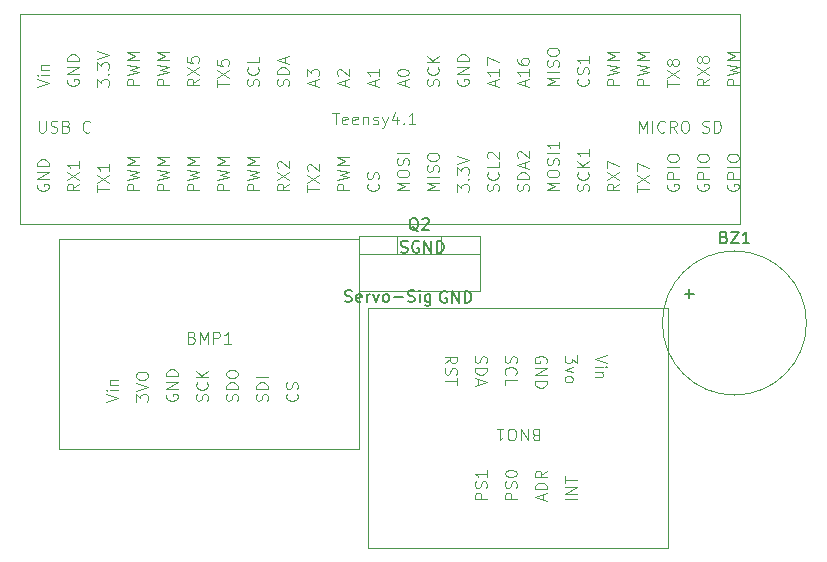
<source format=gbr>
%TF.GenerationSoftware,KiCad,Pcbnew,7.0.6-0*%
%TF.CreationDate,2023-11-16T12:01:13-05:00*%
%TF.ProjectId,TADPOL PCB,54414450-4f4c-4205-9043-422e6b696361,rev?*%
%TF.SameCoordinates,Original*%
%TF.FileFunction,Legend,Top*%
%TF.FilePolarity,Positive*%
%FSLAX46Y46*%
G04 Gerber Fmt 4.6, Leading zero omitted, Abs format (unit mm)*
G04 Created by KiCad (PCBNEW 7.0.6-0) date 2023-11-16 12:01:13*
%MOMM*%
%LPD*%
G01*
G04 APERTURE LIST*
%ADD10C,0.150000*%
%ADD11C,0.100000*%
%ADD12C,0.120000*%
G04 APERTURE END LIST*
D10*
X186242560Y-113233200D02*
X186385417Y-113280819D01*
X186385417Y-113280819D02*
X186623512Y-113280819D01*
X186623512Y-113280819D02*
X186718750Y-113233200D01*
X186718750Y-113233200D02*
X186766369Y-113185580D01*
X186766369Y-113185580D02*
X186813988Y-113090342D01*
X186813988Y-113090342D02*
X186813988Y-112995104D01*
X186813988Y-112995104D02*
X186766369Y-112899866D01*
X186766369Y-112899866D02*
X186718750Y-112852247D01*
X186718750Y-112852247D02*
X186623512Y-112804628D01*
X186623512Y-112804628D02*
X186433036Y-112757009D01*
X186433036Y-112757009D02*
X186337798Y-112709390D01*
X186337798Y-112709390D02*
X186290179Y-112661771D01*
X186290179Y-112661771D02*
X186242560Y-112566533D01*
X186242560Y-112566533D02*
X186242560Y-112471295D01*
X186242560Y-112471295D02*
X186290179Y-112376057D01*
X186290179Y-112376057D02*
X186337798Y-112328438D01*
X186337798Y-112328438D02*
X186433036Y-112280819D01*
X186433036Y-112280819D02*
X186671131Y-112280819D01*
X186671131Y-112280819D02*
X186813988Y-112328438D01*
X187623512Y-113233200D02*
X187528274Y-113280819D01*
X187528274Y-113280819D02*
X187337798Y-113280819D01*
X187337798Y-113280819D02*
X187242560Y-113233200D01*
X187242560Y-113233200D02*
X187194941Y-113137961D01*
X187194941Y-113137961D02*
X187194941Y-112757009D01*
X187194941Y-112757009D02*
X187242560Y-112661771D01*
X187242560Y-112661771D02*
X187337798Y-112614152D01*
X187337798Y-112614152D02*
X187528274Y-112614152D01*
X187528274Y-112614152D02*
X187623512Y-112661771D01*
X187623512Y-112661771D02*
X187671131Y-112757009D01*
X187671131Y-112757009D02*
X187671131Y-112852247D01*
X187671131Y-112852247D02*
X187194941Y-112947485D01*
X188099703Y-113280819D02*
X188099703Y-112614152D01*
X188099703Y-112804628D02*
X188147322Y-112709390D01*
X188147322Y-112709390D02*
X188194941Y-112661771D01*
X188194941Y-112661771D02*
X188290179Y-112614152D01*
X188290179Y-112614152D02*
X188385417Y-112614152D01*
X188623513Y-112614152D02*
X188861608Y-113280819D01*
X188861608Y-113280819D02*
X189099703Y-112614152D01*
X189623513Y-113280819D02*
X189528275Y-113233200D01*
X189528275Y-113233200D02*
X189480656Y-113185580D01*
X189480656Y-113185580D02*
X189433037Y-113090342D01*
X189433037Y-113090342D02*
X189433037Y-112804628D01*
X189433037Y-112804628D02*
X189480656Y-112709390D01*
X189480656Y-112709390D02*
X189528275Y-112661771D01*
X189528275Y-112661771D02*
X189623513Y-112614152D01*
X189623513Y-112614152D02*
X189766370Y-112614152D01*
X189766370Y-112614152D02*
X189861608Y-112661771D01*
X189861608Y-112661771D02*
X189909227Y-112709390D01*
X189909227Y-112709390D02*
X189956846Y-112804628D01*
X189956846Y-112804628D02*
X189956846Y-113090342D01*
X189956846Y-113090342D02*
X189909227Y-113185580D01*
X189909227Y-113185580D02*
X189861608Y-113233200D01*
X189861608Y-113233200D02*
X189766370Y-113280819D01*
X189766370Y-113280819D02*
X189623513Y-113280819D01*
X190385418Y-112899866D02*
X191147323Y-112899866D01*
X191575894Y-113233200D02*
X191718751Y-113280819D01*
X191718751Y-113280819D02*
X191956846Y-113280819D01*
X191956846Y-113280819D02*
X192052084Y-113233200D01*
X192052084Y-113233200D02*
X192099703Y-113185580D01*
X192099703Y-113185580D02*
X192147322Y-113090342D01*
X192147322Y-113090342D02*
X192147322Y-112995104D01*
X192147322Y-112995104D02*
X192099703Y-112899866D01*
X192099703Y-112899866D02*
X192052084Y-112852247D01*
X192052084Y-112852247D02*
X191956846Y-112804628D01*
X191956846Y-112804628D02*
X191766370Y-112757009D01*
X191766370Y-112757009D02*
X191671132Y-112709390D01*
X191671132Y-112709390D02*
X191623513Y-112661771D01*
X191623513Y-112661771D02*
X191575894Y-112566533D01*
X191575894Y-112566533D02*
X191575894Y-112471295D01*
X191575894Y-112471295D02*
X191623513Y-112376057D01*
X191623513Y-112376057D02*
X191671132Y-112328438D01*
X191671132Y-112328438D02*
X191766370Y-112280819D01*
X191766370Y-112280819D02*
X192004465Y-112280819D01*
X192004465Y-112280819D02*
X192147322Y-112328438D01*
X192575894Y-113280819D02*
X192575894Y-112614152D01*
X192575894Y-112280819D02*
X192528275Y-112328438D01*
X192528275Y-112328438D02*
X192575894Y-112376057D01*
X192575894Y-112376057D02*
X192623513Y-112328438D01*
X192623513Y-112328438D02*
X192575894Y-112280819D01*
X192575894Y-112280819D02*
X192575894Y-112376057D01*
X193480655Y-112614152D02*
X193480655Y-113423676D01*
X193480655Y-113423676D02*
X193433036Y-113518914D01*
X193433036Y-113518914D02*
X193385417Y-113566533D01*
X193385417Y-113566533D02*
X193290179Y-113614152D01*
X193290179Y-113614152D02*
X193147322Y-113614152D01*
X193147322Y-113614152D02*
X193052084Y-113566533D01*
X193480655Y-113233200D02*
X193385417Y-113280819D01*
X193385417Y-113280819D02*
X193194941Y-113280819D01*
X193194941Y-113280819D02*
X193099703Y-113233200D01*
X193099703Y-113233200D02*
X193052084Y-113185580D01*
X193052084Y-113185580D02*
X193004465Y-113090342D01*
X193004465Y-113090342D02*
X193004465Y-112804628D01*
X193004465Y-112804628D02*
X193052084Y-112709390D01*
X193052084Y-112709390D02*
X193099703Y-112661771D01*
X193099703Y-112661771D02*
X193194941Y-112614152D01*
X193194941Y-112614152D02*
X193385417Y-112614152D01*
X193385417Y-112614152D02*
X193480655Y-112661771D01*
X190971160Y-109060200D02*
X191114017Y-109107819D01*
X191114017Y-109107819D02*
X191352112Y-109107819D01*
X191352112Y-109107819D02*
X191447350Y-109060200D01*
X191447350Y-109060200D02*
X191494969Y-109012580D01*
X191494969Y-109012580D02*
X191542588Y-108917342D01*
X191542588Y-108917342D02*
X191542588Y-108822104D01*
X191542588Y-108822104D02*
X191494969Y-108726866D01*
X191494969Y-108726866D02*
X191447350Y-108679247D01*
X191447350Y-108679247D02*
X191352112Y-108631628D01*
X191352112Y-108631628D02*
X191161636Y-108584009D01*
X191161636Y-108584009D02*
X191066398Y-108536390D01*
X191066398Y-108536390D02*
X191018779Y-108488771D01*
X191018779Y-108488771D02*
X190971160Y-108393533D01*
X190971160Y-108393533D02*
X190971160Y-108298295D01*
X190971160Y-108298295D02*
X191018779Y-108203057D01*
X191018779Y-108203057D02*
X191066398Y-108155438D01*
X191066398Y-108155438D02*
X191161636Y-108107819D01*
X191161636Y-108107819D02*
X191399731Y-108107819D01*
X191399731Y-108107819D02*
X191542588Y-108155438D01*
X192494969Y-108155438D02*
X192399731Y-108107819D01*
X192399731Y-108107819D02*
X192256874Y-108107819D01*
X192256874Y-108107819D02*
X192114017Y-108155438D01*
X192114017Y-108155438D02*
X192018779Y-108250676D01*
X192018779Y-108250676D02*
X191971160Y-108345914D01*
X191971160Y-108345914D02*
X191923541Y-108536390D01*
X191923541Y-108536390D02*
X191923541Y-108679247D01*
X191923541Y-108679247D02*
X191971160Y-108869723D01*
X191971160Y-108869723D02*
X192018779Y-108964961D01*
X192018779Y-108964961D02*
X192114017Y-109060200D01*
X192114017Y-109060200D02*
X192256874Y-109107819D01*
X192256874Y-109107819D02*
X192352112Y-109107819D01*
X192352112Y-109107819D02*
X192494969Y-109060200D01*
X192494969Y-109060200D02*
X192542588Y-109012580D01*
X192542588Y-109012580D02*
X192542588Y-108679247D01*
X192542588Y-108679247D02*
X192352112Y-108679247D01*
X192971160Y-109107819D02*
X192971160Y-108107819D01*
X192971160Y-108107819D02*
X193542588Y-109107819D01*
X193542588Y-109107819D02*
X193542588Y-108107819D01*
X194018779Y-109107819D02*
X194018779Y-108107819D01*
X194018779Y-108107819D02*
X194256874Y-108107819D01*
X194256874Y-108107819D02*
X194399731Y-108155438D01*
X194399731Y-108155438D02*
X194494969Y-108250676D01*
X194494969Y-108250676D02*
X194542588Y-108345914D01*
X194542588Y-108345914D02*
X194590207Y-108536390D01*
X194590207Y-108536390D02*
X194590207Y-108679247D01*
X194590207Y-108679247D02*
X194542588Y-108869723D01*
X194542588Y-108869723D02*
X194494969Y-108964961D01*
X194494969Y-108964961D02*
X194399731Y-109060200D01*
X194399731Y-109060200D02*
X194256874Y-109107819D01*
X194256874Y-109107819D02*
X194018779Y-109107819D01*
X194840388Y-112404638D02*
X194745150Y-112357019D01*
X194745150Y-112357019D02*
X194602293Y-112357019D01*
X194602293Y-112357019D02*
X194459436Y-112404638D01*
X194459436Y-112404638D02*
X194364198Y-112499876D01*
X194364198Y-112499876D02*
X194316579Y-112595114D01*
X194316579Y-112595114D02*
X194268960Y-112785590D01*
X194268960Y-112785590D02*
X194268960Y-112928447D01*
X194268960Y-112928447D02*
X194316579Y-113118923D01*
X194316579Y-113118923D02*
X194364198Y-113214161D01*
X194364198Y-113214161D02*
X194459436Y-113309400D01*
X194459436Y-113309400D02*
X194602293Y-113357019D01*
X194602293Y-113357019D02*
X194697531Y-113357019D01*
X194697531Y-113357019D02*
X194840388Y-113309400D01*
X194840388Y-113309400D02*
X194888007Y-113261780D01*
X194888007Y-113261780D02*
X194888007Y-112928447D01*
X194888007Y-112928447D02*
X194697531Y-112928447D01*
X195316579Y-113357019D02*
X195316579Y-112357019D01*
X195316579Y-112357019D02*
X195888007Y-113357019D01*
X195888007Y-113357019D02*
X195888007Y-112357019D01*
X196364198Y-113357019D02*
X196364198Y-112357019D01*
X196364198Y-112357019D02*
X196602293Y-112357019D01*
X196602293Y-112357019D02*
X196745150Y-112404638D01*
X196745150Y-112404638D02*
X196840388Y-112499876D01*
X196840388Y-112499876D02*
X196888007Y-112595114D01*
X196888007Y-112595114D02*
X196935626Y-112785590D01*
X196935626Y-112785590D02*
X196935626Y-112928447D01*
X196935626Y-112928447D02*
X196888007Y-113118923D01*
X196888007Y-113118923D02*
X196840388Y-113214161D01*
X196840388Y-113214161D02*
X196745150Y-113309400D01*
X196745150Y-113309400D02*
X196602293Y-113357019D01*
X196602293Y-113357019D02*
X196364198Y-113357019D01*
X192436761Y-107278057D02*
X192341523Y-107230438D01*
X192341523Y-107230438D02*
X192246285Y-107135200D01*
X192246285Y-107135200D02*
X192103428Y-106992342D01*
X192103428Y-106992342D02*
X192008190Y-106944723D01*
X192008190Y-106944723D02*
X191912952Y-106944723D01*
X191960571Y-107182819D02*
X191865333Y-107135200D01*
X191865333Y-107135200D02*
X191770095Y-107039961D01*
X191770095Y-107039961D02*
X191722476Y-106849485D01*
X191722476Y-106849485D02*
X191722476Y-106516152D01*
X191722476Y-106516152D02*
X191770095Y-106325676D01*
X191770095Y-106325676D02*
X191865333Y-106230438D01*
X191865333Y-106230438D02*
X191960571Y-106182819D01*
X191960571Y-106182819D02*
X192151047Y-106182819D01*
X192151047Y-106182819D02*
X192246285Y-106230438D01*
X192246285Y-106230438D02*
X192341523Y-106325676D01*
X192341523Y-106325676D02*
X192389142Y-106516152D01*
X192389142Y-106516152D02*
X192389142Y-106849485D01*
X192389142Y-106849485D02*
X192341523Y-107039961D01*
X192341523Y-107039961D02*
X192246285Y-107135200D01*
X192246285Y-107135200D02*
X192151047Y-107182819D01*
X192151047Y-107182819D02*
X191960571Y-107182819D01*
X192770095Y-106278057D02*
X192817714Y-106230438D01*
X192817714Y-106230438D02*
X192912952Y-106182819D01*
X192912952Y-106182819D02*
X193151047Y-106182819D01*
X193151047Y-106182819D02*
X193246285Y-106230438D01*
X193246285Y-106230438D02*
X193293904Y-106278057D01*
X193293904Y-106278057D02*
X193341523Y-106373295D01*
X193341523Y-106373295D02*
X193341523Y-106468533D01*
X193341523Y-106468533D02*
X193293904Y-106611390D01*
X193293904Y-106611390D02*
X192722476Y-107182819D01*
X192722476Y-107182819D02*
X193341523Y-107182819D01*
D11*
X173275809Y-116273609D02*
X173418666Y-116321228D01*
X173418666Y-116321228D02*
X173466285Y-116368847D01*
X173466285Y-116368847D02*
X173513904Y-116464085D01*
X173513904Y-116464085D02*
X173513904Y-116606942D01*
X173513904Y-116606942D02*
X173466285Y-116702180D01*
X173466285Y-116702180D02*
X173418666Y-116749800D01*
X173418666Y-116749800D02*
X173323428Y-116797419D01*
X173323428Y-116797419D02*
X172942476Y-116797419D01*
X172942476Y-116797419D02*
X172942476Y-115797419D01*
X172942476Y-115797419D02*
X173275809Y-115797419D01*
X173275809Y-115797419D02*
X173371047Y-115845038D01*
X173371047Y-115845038D02*
X173418666Y-115892657D01*
X173418666Y-115892657D02*
X173466285Y-115987895D01*
X173466285Y-115987895D02*
X173466285Y-116083133D01*
X173466285Y-116083133D02*
X173418666Y-116178371D01*
X173418666Y-116178371D02*
X173371047Y-116225990D01*
X173371047Y-116225990D02*
X173275809Y-116273609D01*
X173275809Y-116273609D02*
X172942476Y-116273609D01*
X173942476Y-116797419D02*
X173942476Y-115797419D01*
X173942476Y-115797419D02*
X174275809Y-116511704D01*
X174275809Y-116511704D02*
X174609142Y-115797419D01*
X174609142Y-115797419D02*
X174609142Y-116797419D01*
X175085333Y-116797419D02*
X175085333Y-115797419D01*
X175085333Y-115797419D02*
X175466285Y-115797419D01*
X175466285Y-115797419D02*
X175561523Y-115845038D01*
X175561523Y-115845038D02*
X175609142Y-115892657D01*
X175609142Y-115892657D02*
X175656761Y-115987895D01*
X175656761Y-115987895D02*
X175656761Y-116130752D01*
X175656761Y-116130752D02*
X175609142Y-116225990D01*
X175609142Y-116225990D02*
X175561523Y-116273609D01*
X175561523Y-116273609D02*
X175466285Y-116321228D01*
X175466285Y-116321228D02*
X175085333Y-116321228D01*
X176609142Y-116797419D02*
X176037714Y-116797419D01*
X176323428Y-116797419D02*
X176323428Y-115797419D01*
X176323428Y-115797419D02*
X176228190Y-115940276D01*
X176228190Y-115940276D02*
X176132952Y-116035514D01*
X176132952Y-116035514D02*
X176037714Y-116083133D01*
X179656800Y-121663734D02*
X179704419Y-121520877D01*
X179704419Y-121520877D02*
X179704419Y-121282782D01*
X179704419Y-121282782D02*
X179656800Y-121187544D01*
X179656800Y-121187544D02*
X179609180Y-121139925D01*
X179609180Y-121139925D02*
X179513942Y-121092306D01*
X179513942Y-121092306D02*
X179418704Y-121092306D01*
X179418704Y-121092306D02*
X179323466Y-121139925D01*
X179323466Y-121139925D02*
X179275847Y-121187544D01*
X179275847Y-121187544D02*
X179228228Y-121282782D01*
X179228228Y-121282782D02*
X179180609Y-121473258D01*
X179180609Y-121473258D02*
X179132990Y-121568496D01*
X179132990Y-121568496D02*
X179085371Y-121616115D01*
X179085371Y-121616115D02*
X178990133Y-121663734D01*
X178990133Y-121663734D02*
X178894895Y-121663734D01*
X178894895Y-121663734D02*
X178799657Y-121616115D01*
X178799657Y-121616115D02*
X178752038Y-121568496D01*
X178752038Y-121568496D02*
X178704419Y-121473258D01*
X178704419Y-121473258D02*
X178704419Y-121235163D01*
X178704419Y-121235163D02*
X178752038Y-121092306D01*
X179704419Y-120663734D02*
X178704419Y-120663734D01*
X178704419Y-120663734D02*
X178704419Y-120425639D01*
X178704419Y-120425639D02*
X178752038Y-120282782D01*
X178752038Y-120282782D02*
X178847276Y-120187544D01*
X178847276Y-120187544D02*
X178942514Y-120139925D01*
X178942514Y-120139925D02*
X179132990Y-120092306D01*
X179132990Y-120092306D02*
X179275847Y-120092306D01*
X179275847Y-120092306D02*
X179466323Y-120139925D01*
X179466323Y-120139925D02*
X179561561Y-120187544D01*
X179561561Y-120187544D02*
X179656800Y-120282782D01*
X179656800Y-120282782D02*
X179704419Y-120425639D01*
X179704419Y-120425639D02*
X179704419Y-120663734D01*
X179704419Y-119663734D02*
X178704419Y-119663734D01*
X171132038Y-121092306D02*
X171084419Y-121187544D01*
X171084419Y-121187544D02*
X171084419Y-121330401D01*
X171084419Y-121330401D02*
X171132038Y-121473258D01*
X171132038Y-121473258D02*
X171227276Y-121568496D01*
X171227276Y-121568496D02*
X171322514Y-121616115D01*
X171322514Y-121616115D02*
X171512990Y-121663734D01*
X171512990Y-121663734D02*
X171655847Y-121663734D01*
X171655847Y-121663734D02*
X171846323Y-121616115D01*
X171846323Y-121616115D02*
X171941561Y-121568496D01*
X171941561Y-121568496D02*
X172036800Y-121473258D01*
X172036800Y-121473258D02*
X172084419Y-121330401D01*
X172084419Y-121330401D02*
X172084419Y-121235163D01*
X172084419Y-121235163D02*
X172036800Y-121092306D01*
X172036800Y-121092306D02*
X171989180Y-121044687D01*
X171989180Y-121044687D02*
X171655847Y-121044687D01*
X171655847Y-121044687D02*
X171655847Y-121235163D01*
X172084419Y-120616115D02*
X171084419Y-120616115D01*
X171084419Y-120616115D02*
X172084419Y-120044687D01*
X172084419Y-120044687D02*
X171084419Y-120044687D01*
X172084419Y-119568496D02*
X171084419Y-119568496D01*
X171084419Y-119568496D02*
X171084419Y-119330401D01*
X171084419Y-119330401D02*
X171132038Y-119187544D01*
X171132038Y-119187544D02*
X171227276Y-119092306D01*
X171227276Y-119092306D02*
X171322514Y-119044687D01*
X171322514Y-119044687D02*
X171512990Y-118997068D01*
X171512990Y-118997068D02*
X171655847Y-118997068D01*
X171655847Y-118997068D02*
X171846323Y-119044687D01*
X171846323Y-119044687D02*
X171941561Y-119092306D01*
X171941561Y-119092306D02*
X172036800Y-119187544D01*
X172036800Y-119187544D02*
X172084419Y-119330401D01*
X172084419Y-119330401D02*
X172084419Y-119568496D01*
X168544419Y-121711353D02*
X168544419Y-121092306D01*
X168544419Y-121092306D02*
X168925371Y-121425639D01*
X168925371Y-121425639D02*
X168925371Y-121282782D01*
X168925371Y-121282782D02*
X168972990Y-121187544D01*
X168972990Y-121187544D02*
X169020609Y-121139925D01*
X169020609Y-121139925D02*
X169115847Y-121092306D01*
X169115847Y-121092306D02*
X169353942Y-121092306D01*
X169353942Y-121092306D02*
X169449180Y-121139925D01*
X169449180Y-121139925D02*
X169496800Y-121187544D01*
X169496800Y-121187544D02*
X169544419Y-121282782D01*
X169544419Y-121282782D02*
X169544419Y-121568496D01*
X169544419Y-121568496D02*
X169496800Y-121663734D01*
X169496800Y-121663734D02*
X169449180Y-121711353D01*
X168544419Y-120806591D02*
X169544419Y-120473258D01*
X169544419Y-120473258D02*
X168544419Y-120139925D01*
X168544419Y-119616115D02*
X168544419Y-119425639D01*
X168544419Y-119425639D02*
X168592038Y-119330401D01*
X168592038Y-119330401D02*
X168687276Y-119235163D01*
X168687276Y-119235163D02*
X168877752Y-119187544D01*
X168877752Y-119187544D02*
X169211085Y-119187544D01*
X169211085Y-119187544D02*
X169401561Y-119235163D01*
X169401561Y-119235163D02*
X169496800Y-119330401D01*
X169496800Y-119330401D02*
X169544419Y-119425639D01*
X169544419Y-119425639D02*
X169544419Y-119616115D01*
X169544419Y-119616115D02*
X169496800Y-119711353D01*
X169496800Y-119711353D02*
X169401561Y-119806591D01*
X169401561Y-119806591D02*
X169211085Y-119854210D01*
X169211085Y-119854210D02*
X168877752Y-119854210D01*
X168877752Y-119854210D02*
X168687276Y-119806591D01*
X168687276Y-119806591D02*
X168592038Y-119711353D01*
X168592038Y-119711353D02*
X168544419Y-119616115D01*
X174576800Y-121663734D02*
X174624419Y-121520877D01*
X174624419Y-121520877D02*
X174624419Y-121282782D01*
X174624419Y-121282782D02*
X174576800Y-121187544D01*
X174576800Y-121187544D02*
X174529180Y-121139925D01*
X174529180Y-121139925D02*
X174433942Y-121092306D01*
X174433942Y-121092306D02*
X174338704Y-121092306D01*
X174338704Y-121092306D02*
X174243466Y-121139925D01*
X174243466Y-121139925D02*
X174195847Y-121187544D01*
X174195847Y-121187544D02*
X174148228Y-121282782D01*
X174148228Y-121282782D02*
X174100609Y-121473258D01*
X174100609Y-121473258D02*
X174052990Y-121568496D01*
X174052990Y-121568496D02*
X174005371Y-121616115D01*
X174005371Y-121616115D02*
X173910133Y-121663734D01*
X173910133Y-121663734D02*
X173814895Y-121663734D01*
X173814895Y-121663734D02*
X173719657Y-121616115D01*
X173719657Y-121616115D02*
X173672038Y-121568496D01*
X173672038Y-121568496D02*
X173624419Y-121473258D01*
X173624419Y-121473258D02*
X173624419Y-121235163D01*
X173624419Y-121235163D02*
X173672038Y-121092306D01*
X174529180Y-120092306D02*
X174576800Y-120139925D01*
X174576800Y-120139925D02*
X174624419Y-120282782D01*
X174624419Y-120282782D02*
X174624419Y-120378020D01*
X174624419Y-120378020D02*
X174576800Y-120520877D01*
X174576800Y-120520877D02*
X174481561Y-120616115D01*
X174481561Y-120616115D02*
X174386323Y-120663734D01*
X174386323Y-120663734D02*
X174195847Y-120711353D01*
X174195847Y-120711353D02*
X174052990Y-120711353D01*
X174052990Y-120711353D02*
X173862514Y-120663734D01*
X173862514Y-120663734D02*
X173767276Y-120616115D01*
X173767276Y-120616115D02*
X173672038Y-120520877D01*
X173672038Y-120520877D02*
X173624419Y-120378020D01*
X173624419Y-120378020D02*
X173624419Y-120282782D01*
X173624419Y-120282782D02*
X173672038Y-120139925D01*
X173672038Y-120139925D02*
X173719657Y-120092306D01*
X174624419Y-119663734D02*
X173624419Y-119663734D01*
X174624419Y-119092306D02*
X174052990Y-119520877D01*
X173624419Y-119092306D02*
X174195847Y-119663734D01*
X182149180Y-121044687D02*
X182196800Y-121092306D01*
X182196800Y-121092306D02*
X182244419Y-121235163D01*
X182244419Y-121235163D02*
X182244419Y-121330401D01*
X182244419Y-121330401D02*
X182196800Y-121473258D01*
X182196800Y-121473258D02*
X182101561Y-121568496D01*
X182101561Y-121568496D02*
X182006323Y-121616115D01*
X182006323Y-121616115D02*
X181815847Y-121663734D01*
X181815847Y-121663734D02*
X181672990Y-121663734D01*
X181672990Y-121663734D02*
X181482514Y-121616115D01*
X181482514Y-121616115D02*
X181387276Y-121568496D01*
X181387276Y-121568496D02*
X181292038Y-121473258D01*
X181292038Y-121473258D02*
X181244419Y-121330401D01*
X181244419Y-121330401D02*
X181244419Y-121235163D01*
X181244419Y-121235163D02*
X181292038Y-121092306D01*
X181292038Y-121092306D02*
X181339657Y-121044687D01*
X182196800Y-120663734D02*
X182244419Y-120520877D01*
X182244419Y-120520877D02*
X182244419Y-120282782D01*
X182244419Y-120282782D02*
X182196800Y-120187544D01*
X182196800Y-120187544D02*
X182149180Y-120139925D01*
X182149180Y-120139925D02*
X182053942Y-120092306D01*
X182053942Y-120092306D02*
X181958704Y-120092306D01*
X181958704Y-120092306D02*
X181863466Y-120139925D01*
X181863466Y-120139925D02*
X181815847Y-120187544D01*
X181815847Y-120187544D02*
X181768228Y-120282782D01*
X181768228Y-120282782D02*
X181720609Y-120473258D01*
X181720609Y-120473258D02*
X181672990Y-120568496D01*
X181672990Y-120568496D02*
X181625371Y-120616115D01*
X181625371Y-120616115D02*
X181530133Y-120663734D01*
X181530133Y-120663734D02*
X181434895Y-120663734D01*
X181434895Y-120663734D02*
X181339657Y-120616115D01*
X181339657Y-120616115D02*
X181292038Y-120568496D01*
X181292038Y-120568496D02*
X181244419Y-120473258D01*
X181244419Y-120473258D02*
X181244419Y-120235163D01*
X181244419Y-120235163D02*
X181292038Y-120092306D01*
X177116800Y-121663734D02*
X177164419Y-121520877D01*
X177164419Y-121520877D02*
X177164419Y-121282782D01*
X177164419Y-121282782D02*
X177116800Y-121187544D01*
X177116800Y-121187544D02*
X177069180Y-121139925D01*
X177069180Y-121139925D02*
X176973942Y-121092306D01*
X176973942Y-121092306D02*
X176878704Y-121092306D01*
X176878704Y-121092306D02*
X176783466Y-121139925D01*
X176783466Y-121139925D02*
X176735847Y-121187544D01*
X176735847Y-121187544D02*
X176688228Y-121282782D01*
X176688228Y-121282782D02*
X176640609Y-121473258D01*
X176640609Y-121473258D02*
X176592990Y-121568496D01*
X176592990Y-121568496D02*
X176545371Y-121616115D01*
X176545371Y-121616115D02*
X176450133Y-121663734D01*
X176450133Y-121663734D02*
X176354895Y-121663734D01*
X176354895Y-121663734D02*
X176259657Y-121616115D01*
X176259657Y-121616115D02*
X176212038Y-121568496D01*
X176212038Y-121568496D02*
X176164419Y-121473258D01*
X176164419Y-121473258D02*
X176164419Y-121235163D01*
X176164419Y-121235163D02*
X176212038Y-121092306D01*
X177164419Y-120663734D02*
X176164419Y-120663734D01*
X176164419Y-120663734D02*
X176164419Y-120425639D01*
X176164419Y-120425639D02*
X176212038Y-120282782D01*
X176212038Y-120282782D02*
X176307276Y-120187544D01*
X176307276Y-120187544D02*
X176402514Y-120139925D01*
X176402514Y-120139925D02*
X176592990Y-120092306D01*
X176592990Y-120092306D02*
X176735847Y-120092306D01*
X176735847Y-120092306D02*
X176926323Y-120139925D01*
X176926323Y-120139925D02*
X177021561Y-120187544D01*
X177021561Y-120187544D02*
X177116800Y-120282782D01*
X177116800Y-120282782D02*
X177164419Y-120425639D01*
X177164419Y-120425639D02*
X177164419Y-120663734D01*
X176164419Y-119473258D02*
X176164419Y-119282782D01*
X176164419Y-119282782D02*
X176212038Y-119187544D01*
X176212038Y-119187544D02*
X176307276Y-119092306D01*
X176307276Y-119092306D02*
X176497752Y-119044687D01*
X176497752Y-119044687D02*
X176831085Y-119044687D01*
X176831085Y-119044687D02*
X177021561Y-119092306D01*
X177021561Y-119092306D02*
X177116800Y-119187544D01*
X177116800Y-119187544D02*
X177164419Y-119282782D01*
X177164419Y-119282782D02*
X177164419Y-119473258D01*
X177164419Y-119473258D02*
X177116800Y-119568496D01*
X177116800Y-119568496D02*
X177021561Y-119663734D01*
X177021561Y-119663734D02*
X176831085Y-119711353D01*
X176831085Y-119711353D02*
X176497752Y-119711353D01*
X176497752Y-119711353D02*
X176307276Y-119663734D01*
X176307276Y-119663734D02*
X176212038Y-119568496D01*
X176212038Y-119568496D02*
X176164419Y-119473258D01*
X166004419Y-121758972D02*
X167004419Y-121425639D01*
X167004419Y-121425639D02*
X166004419Y-121092306D01*
X167004419Y-120758972D02*
X166337752Y-120758972D01*
X166004419Y-120758972D02*
X166052038Y-120806591D01*
X166052038Y-120806591D02*
X166099657Y-120758972D01*
X166099657Y-120758972D02*
X166052038Y-120711353D01*
X166052038Y-120711353D02*
X166004419Y-120758972D01*
X166004419Y-120758972D02*
X166099657Y-120758972D01*
X166337752Y-120282782D02*
X167004419Y-120282782D01*
X166432990Y-120282782D02*
X166385371Y-120235163D01*
X166385371Y-120235163D02*
X166337752Y-120139925D01*
X166337752Y-120139925D02*
X166337752Y-119997068D01*
X166337752Y-119997068D02*
X166385371Y-119901830D01*
X166385371Y-119901830D02*
X166480609Y-119854211D01*
X166480609Y-119854211D02*
X167004419Y-119854211D01*
D10*
X218331047Y-107793009D02*
X218473904Y-107840628D01*
X218473904Y-107840628D02*
X218521523Y-107888247D01*
X218521523Y-107888247D02*
X218569142Y-107983485D01*
X218569142Y-107983485D02*
X218569142Y-108126342D01*
X218569142Y-108126342D02*
X218521523Y-108221580D01*
X218521523Y-108221580D02*
X218473904Y-108269200D01*
X218473904Y-108269200D02*
X218378666Y-108316819D01*
X218378666Y-108316819D02*
X217997714Y-108316819D01*
X217997714Y-108316819D02*
X217997714Y-107316819D01*
X217997714Y-107316819D02*
X218331047Y-107316819D01*
X218331047Y-107316819D02*
X218426285Y-107364438D01*
X218426285Y-107364438D02*
X218473904Y-107412057D01*
X218473904Y-107412057D02*
X218521523Y-107507295D01*
X218521523Y-107507295D02*
X218521523Y-107602533D01*
X218521523Y-107602533D02*
X218473904Y-107697771D01*
X218473904Y-107697771D02*
X218426285Y-107745390D01*
X218426285Y-107745390D02*
X218331047Y-107793009D01*
X218331047Y-107793009D02*
X217997714Y-107793009D01*
X218902476Y-107316819D02*
X219569142Y-107316819D01*
X219569142Y-107316819D02*
X218902476Y-108316819D01*
X218902476Y-108316819D02*
X219569142Y-108316819D01*
X220473904Y-108316819D02*
X219902476Y-108316819D01*
X220188190Y-108316819D02*
X220188190Y-107316819D01*
X220188190Y-107316819D02*
X220092952Y-107459676D01*
X220092952Y-107459676D02*
X219997714Y-107554914D01*
X219997714Y-107554914D02*
X219902476Y-107602533D01*
X215021048Y-112595866D02*
X215782953Y-112595866D01*
X215402000Y-112976819D02*
X215402000Y-112214914D01*
D11*
X185158571Y-97247419D02*
X185729999Y-97247419D01*
X185444285Y-98247419D02*
X185444285Y-97247419D01*
X186444285Y-98199800D02*
X186349047Y-98247419D01*
X186349047Y-98247419D02*
X186158571Y-98247419D01*
X186158571Y-98247419D02*
X186063333Y-98199800D01*
X186063333Y-98199800D02*
X186015714Y-98104561D01*
X186015714Y-98104561D02*
X186015714Y-97723609D01*
X186015714Y-97723609D02*
X186063333Y-97628371D01*
X186063333Y-97628371D02*
X186158571Y-97580752D01*
X186158571Y-97580752D02*
X186349047Y-97580752D01*
X186349047Y-97580752D02*
X186444285Y-97628371D01*
X186444285Y-97628371D02*
X186491904Y-97723609D01*
X186491904Y-97723609D02*
X186491904Y-97818847D01*
X186491904Y-97818847D02*
X186015714Y-97914085D01*
X187301428Y-98199800D02*
X187206190Y-98247419D01*
X187206190Y-98247419D02*
X187015714Y-98247419D01*
X187015714Y-98247419D02*
X186920476Y-98199800D01*
X186920476Y-98199800D02*
X186872857Y-98104561D01*
X186872857Y-98104561D02*
X186872857Y-97723609D01*
X186872857Y-97723609D02*
X186920476Y-97628371D01*
X186920476Y-97628371D02*
X187015714Y-97580752D01*
X187015714Y-97580752D02*
X187206190Y-97580752D01*
X187206190Y-97580752D02*
X187301428Y-97628371D01*
X187301428Y-97628371D02*
X187349047Y-97723609D01*
X187349047Y-97723609D02*
X187349047Y-97818847D01*
X187349047Y-97818847D02*
X186872857Y-97914085D01*
X187777619Y-97580752D02*
X187777619Y-98247419D01*
X187777619Y-97675990D02*
X187825238Y-97628371D01*
X187825238Y-97628371D02*
X187920476Y-97580752D01*
X187920476Y-97580752D02*
X188063333Y-97580752D01*
X188063333Y-97580752D02*
X188158571Y-97628371D01*
X188158571Y-97628371D02*
X188206190Y-97723609D01*
X188206190Y-97723609D02*
X188206190Y-98247419D01*
X188634762Y-98199800D02*
X188730000Y-98247419D01*
X188730000Y-98247419D02*
X188920476Y-98247419D01*
X188920476Y-98247419D02*
X189015714Y-98199800D01*
X189015714Y-98199800D02*
X189063333Y-98104561D01*
X189063333Y-98104561D02*
X189063333Y-98056942D01*
X189063333Y-98056942D02*
X189015714Y-97961704D01*
X189015714Y-97961704D02*
X188920476Y-97914085D01*
X188920476Y-97914085D02*
X188777619Y-97914085D01*
X188777619Y-97914085D02*
X188682381Y-97866466D01*
X188682381Y-97866466D02*
X188634762Y-97771228D01*
X188634762Y-97771228D02*
X188634762Y-97723609D01*
X188634762Y-97723609D02*
X188682381Y-97628371D01*
X188682381Y-97628371D02*
X188777619Y-97580752D01*
X188777619Y-97580752D02*
X188920476Y-97580752D01*
X188920476Y-97580752D02*
X189015714Y-97628371D01*
X189396667Y-97580752D02*
X189634762Y-98247419D01*
X189872857Y-97580752D02*
X189634762Y-98247419D01*
X189634762Y-98247419D02*
X189539524Y-98485514D01*
X189539524Y-98485514D02*
X189491905Y-98533133D01*
X189491905Y-98533133D02*
X189396667Y-98580752D01*
X190682381Y-97580752D02*
X190682381Y-98247419D01*
X190444286Y-97199800D02*
X190206191Y-97914085D01*
X190206191Y-97914085D02*
X190825238Y-97914085D01*
X191206191Y-98152180D02*
X191253810Y-98199800D01*
X191253810Y-98199800D02*
X191206191Y-98247419D01*
X191206191Y-98247419D02*
X191158572Y-98199800D01*
X191158572Y-98199800D02*
X191206191Y-98152180D01*
X191206191Y-98152180D02*
X191206191Y-98247419D01*
X192206190Y-98247419D02*
X191634762Y-98247419D01*
X191920476Y-98247419D02*
X191920476Y-97247419D01*
X191920476Y-97247419D02*
X191825238Y-97390276D01*
X191825238Y-97390276D02*
X191730000Y-97485514D01*
X191730000Y-97485514D02*
X191634762Y-97533133D01*
X171322419Y-94946115D02*
X170322419Y-94946115D01*
X170322419Y-94946115D02*
X170322419Y-94565163D01*
X170322419Y-94565163D02*
X170370038Y-94469925D01*
X170370038Y-94469925D02*
X170417657Y-94422306D01*
X170417657Y-94422306D02*
X170512895Y-94374687D01*
X170512895Y-94374687D02*
X170655752Y-94374687D01*
X170655752Y-94374687D02*
X170750990Y-94422306D01*
X170750990Y-94422306D02*
X170798609Y-94469925D01*
X170798609Y-94469925D02*
X170846228Y-94565163D01*
X170846228Y-94565163D02*
X170846228Y-94946115D01*
X170322419Y-94041353D02*
X171322419Y-93803258D01*
X171322419Y-93803258D02*
X170608133Y-93612782D01*
X170608133Y-93612782D02*
X171322419Y-93422306D01*
X171322419Y-93422306D02*
X170322419Y-93184211D01*
X171322419Y-92803258D02*
X170322419Y-92803258D01*
X170322419Y-92803258D02*
X171036704Y-92469925D01*
X171036704Y-92469925D02*
X170322419Y-92136592D01*
X170322419Y-92136592D02*
X171322419Y-92136592D01*
X219582419Y-94946115D02*
X218582419Y-94946115D01*
X218582419Y-94946115D02*
X218582419Y-94565163D01*
X218582419Y-94565163D02*
X218630038Y-94469925D01*
X218630038Y-94469925D02*
X218677657Y-94422306D01*
X218677657Y-94422306D02*
X218772895Y-94374687D01*
X218772895Y-94374687D02*
X218915752Y-94374687D01*
X218915752Y-94374687D02*
X219010990Y-94422306D01*
X219010990Y-94422306D02*
X219058609Y-94469925D01*
X219058609Y-94469925D02*
X219106228Y-94565163D01*
X219106228Y-94565163D02*
X219106228Y-94946115D01*
X218582419Y-94041353D02*
X219582419Y-93803258D01*
X219582419Y-93803258D02*
X218868133Y-93612782D01*
X218868133Y-93612782D02*
X219582419Y-93422306D01*
X219582419Y-93422306D02*
X218582419Y-93184211D01*
X219582419Y-92803258D02*
X218582419Y-92803258D01*
X218582419Y-92803258D02*
X219296704Y-92469925D01*
X219296704Y-92469925D02*
X218582419Y-92136592D01*
X218582419Y-92136592D02*
X219582419Y-92136592D01*
X194134800Y-94993734D02*
X194182419Y-94850877D01*
X194182419Y-94850877D02*
X194182419Y-94612782D01*
X194182419Y-94612782D02*
X194134800Y-94517544D01*
X194134800Y-94517544D02*
X194087180Y-94469925D01*
X194087180Y-94469925D02*
X193991942Y-94422306D01*
X193991942Y-94422306D02*
X193896704Y-94422306D01*
X193896704Y-94422306D02*
X193801466Y-94469925D01*
X193801466Y-94469925D02*
X193753847Y-94517544D01*
X193753847Y-94517544D02*
X193706228Y-94612782D01*
X193706228Y-94612782D02*
X193658609Y-94803258D01*
X193658609Y-94803258D02*
X193610990Y-94898496D01*
X193610990Y-94898496D02*
X193563371Y-94946115D01*
X193563371Y-94946115D02*
X193468133Y-94993734D01*
X193468133Y-94993734D02*
X193372895Y-94993734D01*
X193372895Y-94993734D02*
X193277657Y-94946115D01*
X193277657Y-94946115D02*
X193230038Y-94898496D01*
X193230038Y-94898496D02*
X193182419Y-94803258D01*
X193182419Y-94803258D02*
X193182419Y-94565163D01*
X193182419Y-94565163D02*
X193230038Y-94422306D01*
X194087180Y-93422306D02*
X194134800Y-93469925D01*
X194134800Y-93469925D02*
X194182419Y-93612782D01*
X194182419Y-93612782D02*
X194182419Y-93708020D01*
X194182419Y-93708020D02*
X194134800Y-93850877D01*
X194134800Y-93850877D02*
X194039561Y-93946115D01*
X194039561Y-93946115D02*
X193944323Y-93993734D01*
X193944323Y-93993734D02*
X193753847Y-94041353D01*
X193753847Y-94041353D02*
X193610990Y-94041353D01*
X193610990Y-94041353D02*
X193420514Y-93993734D01*
X193420514Y-93993734D02*
X193325276Y-93946115D01*
X193325276Y-93946115D02*
X193230038Y-93850877D01*
X193230038Y-93850877D02*
X193182419Y-93708020D01*
X193182419Y-93708020D02*
X193182419Y-93612782D01*
X193182419Y-93612782D02*
X193230038Y-93469925D01*
X193230038Y-93469925D02*
X193277657Y-93422306D01*
X194182419Y-92993734D02*
X193182419Y-92993734D01*
X194182419Y-92422306D02*
X193610990Y-92850877D01*
X193182419Y-92422306D02*
X193753847Y-92993734D01*
X160162419Y-95088972D02*
X161162419Y-94755639D01*
X161162419Y-94755639D02*
X160162419Y-94422306D01*
X161162419Y-94088972D02*
X160495752Y-94088972D01*
X160162419Y-94088972D02*
X160210038Y-94136591D01*
X160210038Y-94136591D02*
X160257657Y-94088972D01*
X160257657Y-94088972D02*
X160210038Y-94041353D01*
X160210038Y-94041353D02*
X160162419Y-94088972D01*
X160162419Y-94088972D02*
X160257657Y-94088972D01*
X160495752Y-93612782D02*
X161162419Y-93612782D01*
X160590990Y-93612782D02*
X160543371Y-93565163D01*
X160543371Y-93565163D02*
X160495752Y-93469925D01*
X160495752Y-93469925D02*
X160495752Y-93327068D01*
X160495752Y-93327068D02*
X160543371Y-93231830D01*
X160543371Y-93231830D02*
X160638609Y-93184211D01*
X160638609Y-93184211D02*
X161162419Y-93184211D01*
X195722419Y-103931353D02*
X195722419Y-103312306D01*
X195722419Y-103312306D02*
X196103371Y-103645639D01*
X196103371Y-103645639D02*
X196103371Y-103502782D01*
X196103371Y-103502782D02*
X196150990Y-103407544D01*
X196150990Y-103407544D02*
X196198609Y-103359925D01*
X196198609Y-103359925D02*
X196293847Y-103312306D01*
X196293847Y-103312306D02*
X196531942Y-103312306D01*
X196531942Y-103312306D02*
X196627180Y-103359925D01*
X196627180Y-103359925D02*
X196674800Y-103407544D01*
X196674800Y-103407544D02*
X196722419Y-103502782D01*
X196722419Y-103502782D02*
X196722419Y-103788496D01*
X196722419Y-103788496D02*
X196674800Y-103883734D01*
X196674800Y-103883734D02*
X196627180Y-103931353D01*
X196627180Y-102883734D02*
X196674800Y-102836115D01*
X196674800Y-102836115D02*
X196722419Y-102883734D01*
X196722419Y-102883734D02*
X196674800Y-102931353D01*
X196674800Y-102931353D02*
X196627180Y-102883734D01*
X196627180Y-102883734D02*
X196722419Y-102883734D01*
X195722419Y-102502782D02*
X195722419Y-101883735D01*
X195722419Y-101883735D02*
X196103371Y-102217068D01*
X196103371Y-102217068D02*
X196103371Y-102074211D01*
X196103371Y-102074211D02*
X196150990Y-101978973D01*
X196150990Y-101978973D02*
X196198609Y-101931354D01*
X196198609Y-101931354D02*
X196293847Y-101883735D01*
X196293847Y-101883735D02*
X196531942Y-101883735D01*
X196531942Y-101883735D02*
X196627180Y-101931354D01*
X196627180Y-101931354D02*
X196674800Y-101978973D01*
X196674800Y-101978973D02*
X196722419Y-102074211D01*
X196722419Y-102074211D02*
X196722419Y-102359925D01*
X196722419Y-102359925D02*
X196674800Y-102455163D01*
X196674800Y-102455163D02*
X196627180Y-102502782D01*
X195722419Y-101598020D02*
X196722419Y-101264687D01*
X196722419Y-101264687D02*
X195722419Y-100931354D01*
X186562419Y-103836115D02*
X185562419Y-103836115D01*
X185562419Y-103836115D02*
X185562419Y-103455163D01*
X185562419Y-103455163D02*
X185610038Y-103359925D01*
X185610038Y-103359925D02*
X185657657Y-103312306D01*
X185657657Y-103312306D02*
X185752895Y-103264687D01*
X185752895Y-103264687D02*
X185895752Y-103264687D01*
X185895752Y-103264687D02*
X185990990Y-103312306D01*
X185990990Y-103312306D02*
X186038609Y-103359925D01*
X186038609Y-103359925D02*
X186086228Y-103455163D01*
X186086228Y-103455163D02*
X186086228Y-103836115D01*
X185562419Y-102931353D02*
X186562419Y-102693258D01*
X186562419Y-102693258D02*
X185848133Y-102502782D01*
X185848133Y-102502782D02*
X186562419Y-102312306D01*
X186562419Y-102312306D02*
X185562419Y-102074211D01*
X186562419Y-101693258D02*
X185562419Y-101693258D01*
X185562419Y-101693258D02*
X186276704Y-101359925D01*
X186276704Y-101359925D02*
X185562419Y-101026592D01*
X185562419Y-101026592D02*
X186562419Y-101026592D01*
X218630038Y-103312306D02*
X218582419Y-103407544D01*
X218582419Y-103407544D02*
X218582419Y-103550401D01*
X218582419Y-103550401D02*
X218630038Y-103693258D01*
X218630038Y-103693258D02*
X218725276Y-103788496D01*
X218725276Y-103788496D02*
X218820514Y-103836115D01*
X218820514Y-103836115D02*
X219010990Y-103883734D01*
X219010990Y-103883734D02*
X219153847Y-103883734D01*
X219153847Y-103883734D02*
X219344323Y-103836115D01*
X219344323Y-103836115D02*
X219439561Y-103788496D01*
X219439561Y-103788496D02*
X219534800Y-103693258D01*
X219534800Y-103693258D02*
X219582419Y-103550401D01*
X219582419Y-103550401D02*
X219582419Y-103455163D01*
X219582419Y-103455163D02*
X219534800Y-103312306D01*
X219534800Y-103312306D02*
X219487180Y-103264687D01*
X219487180Y-103264687D02*
X219153847Y-103264687D01*
X219153847Y-103264687D02*
X219153847Y-103455163D01*
X219582419Y-102836115D02*
X218582419Y-102836115D01*
X218582419Y-102836115D02*
X218582419Y-102455163D01*
X218582419Y-102455163D02*
X218630038Y-102359925D01*
X218630038Y-102359925D02*
X218677657Y-102312306D01*
X218677657Y-102312306D02*
X218772895Y-102264687D01*
X218772895Y-102264687D02*
X218915752Y-102264687D01*
X218915752Y-102264687D02*
X219010990Y-102312306D01*
X219010990Y-102312306D02*
X219058609Y-102359925D01*
X219058609Y-102359925D02*
X219106228Y-102455163D01*
X219106228Y-102455163D02*
X219106228Y-102836115D01*
X219582419Y-101836115D02*
X218582419Y-101836115D01*
X218582419Y-101169449D02*
X218582419Y-100978973D01*
X218582419Y-100978973D02*
X218630038Y-100883735D01*
X218630038Y-100883735D02*
X218725276Y-100788497D01*
X218725276Y-100788497D02*
X218915752Y-100740878D01*
X218915752Y-100740878D02*
X219249085Y-100740878D01*
X219249085Y-100740878D02*
X219439561Y-100788497D01*
X219439561Y-100788497D02*
X219534800Y-100883735D01*
X219534800Y-100883735D02*
X219582419Y-100978973D01*
X219582419Y-100978973D02*
X219582419Y-101169449D01*
X219582419Y-101169449D02*
X219534800Y-101264687D01*
X219534800Y-101264687D02*
X219439561Y-101359925D01*
X219439561Y-101359925D02*
X219249085Y-101407544D01*
X219249085Y-101407544D02*
X218915752Y-101407544D01*
X218915752Y-101407544D02*
X218725276Y-101359925D01*
X218725276Y-101359925D02*
X218630038Y-101264687D01*
X218630038Y-101264687D02*
X218582419Y-101169449D01*
X181434800Y-94993734D02*
X181482419Y-94850877D01*
X181482419Y-94850877D02*
X181482419Y-94612782D01*
X181482419Y-94612782D02*
X181434800Y-94517544D01*
X181434800Y-94517544D02*
X181387180Y-94469925D01*
X181387180Y-94469925D02*
X181291942Y-94422306D01*
X181291942Y-94422306D02*
X181196704Y-94422306D01*
X181196704Y-94422306D02*
X181101466Y-94469925D01*
X181101466Y-94469925D02*
X181053847Y-94517544D01*
X181053847Y-94517544D02*
X181006228Y-94612782D01*
X181006228Y-94612782D02*
X180958609Y-94803258D01*
X180958609Y-94803258D02*
X180910990Y-94898496D01*
X180910990Y-94898496D02*
X180863371Y-94946115D01*
X180863371Y-94946115D02*
X180768133Y-94993734D01*
X180768133Y-94993734D02*
X180672895Y-94993734D01*
X180672895Y-94993734D02*
X180577657Y-94946115D01*
X180577657Y-94946115D02*
X180530038Y-94898496D01*
X180530038Y-94898496D02*
X180482419Y-94803258D01*
X180482419Y-94803258D02*
X180482419Y-94565163D01*
X180482419Y-94565163D02*
X180530038Y-94422306D01*
X181482419Y-93993734D02*
X180482419Y-93993734D01*
X180482419Y-93993734D02*
X180482419Y-93755639D01*
X180482419Y-93755639D02*
X180530038Y-93612782D01*
X180530038Y-93612782D02*
X180625276Y-93517544D01*
X180625276Y-93517544D02*
X180720514Y-93469925D01*
X180720514Y-93469925D02*
X180910990Y-93422306D01*
X180910990Y-93422306D02*
X181053847Y-93422306D01*
X181053847Y-93422306D02*
X181244323Y-93469925D01*
X181244323Y-93469925D02*
X181339561Y-93517544D01*
X181339561Y-93517544D02*
X181434800Y-93612782D01*
X181434800Y-93612782D02*
X181482419Y-93755639D01*
X181482419Y-93755639D02*
X181482419Y-93993734D01*
X181196704Y-93041353D02*
X181196704Y-92565163D01*
X181482419Y-93136591D02*
X180482419Y-92803258D01*
X180482419Y-92803258D02*
X181482419Y-92469925D01*
X194182419Y-103836115D02*
X193182419Y-103836115D01*
X193182419Y-103836115D02*
X193896704Y-103502782D01*
X193896704Y-103502782D02*
X193182419Y-103169449D01*
X193182419Y-103169449D02*
X194182419Y-103169449D01*
X194182419Y-102693258D02*
X193182419Y-102693258D01*
X194134800Y-102264687D02*
X194182419Y-102121830D01*
X194182419Y-102121830D02*
X194182419Y-101883735D01*
X194182419Y-101883735D02*
X194134800Y-101788497D01*
X194134800Y-101788497D02*
X194087180Y-101740878D01*
X194087180Y-101740878D02*
X193991942Y-101693259D01*
X193991942Y-101693259D02*
X193896704Y-101693259D01*
X193896704Y-101693259D02*
X193801466Y-101740878D01*
X193801466Y-101740878D02*
X193753847Y-101788497D01*
X193753847Y-101788497D02*
X193706228Y-101883735D01*
X193706228Y-101883735D02*
X193658609Y-102074211D01*
X193658609Y-102074211D02*
X193610990Y-102169449D01*
X193610990Y-102169449D02*
X193563371Y-102217068D01*
X193563371Y-102217068D02*
X193468133Y-102264687D01*
X193468133Y-102264687D02*
X193372895Y-102264687D01*
X193372895Y-102264687D02*
X193277657Y-102217068D01*
X193277657Y-102217068D02*
X193230038Y-102169449D01*
X193230038Y-102169449D02*
X193182419Y-102074211D01*
X193182419Y-102074211D02*
X193182419Y-101836116D01*
X193182419Y-101836116D02*
X193230038Y-101693259D01*
X193182419Y-101074211D02*
X193182419Y-100883735D01*
X193182419Y-100883735D02*
X193230038Y-100788497D01*
X193230038Y-100788497D02*
X193325276Y-100693259D01*
X193325276Y-100693259D02*
X193515752Y-100645640D01*
X193515752Y-100645640D02*
X193849085Y-100645640D01*
X193849085Y-100645640D02*
X194039561Y-100693259D01*
X194039561Y-100693259D02*
X194134800Y-100788497D01*
X194134800Y-100788497D02*
X194182419Y-100883735D01*
X194182419Y-100883735D02*
X194182419Y-101074211D01*
X194182419Y-101074211D02*
X194134800Y-101169449D01*
X194134800Y-101169449D02*
X194039561Y-101264687D01*
X194039561Y-101264687D02*
X193849085Y-101312306D01*
X193849085Y-101312306D02*
X193515752Y-101312306D01*
X193515752Y-101312306D02*
X193325276Y-101264687D01*
X193325276Y-101264687D02*
X193230038Y-101169449D01*
X193230038Y-101169449D02*
X193182419Y-101074211D01*
X173862419Y-103836115D02*
X172862419Y-103836115D01*
X172862419Y-103836115D02*
X172862419Y-103455163D01*
X172862419Y-103455163D02*
X172910038Y-103359925D01*
X172910038Y-103359925D02*
X172957657Y-103312306D01*
X172957657Y-103312306D02*
X173052895Y-103264687D01*
X173052895Y-103264687D02*
X173195752Y-103264687D01*
X173195752Y-103264687D02*
X173290990Y-103312306D01*
X173290990Y-103312306D02*
X173338609Y-103359925D01*
X173338609Y-103359925D02*
X173386228Y-103455163D01*
X173386228Y-103455163D02*
X173386228Y-103836115D01*
X172862419Y-102931353D02*
X173862419Y-102693258D01*
X173862419Y-102693258D02*
X173148133Y-102502782D01*
X173148133Y-102502782D02*
X173862419Y-102312306D01*
X173862419Y-102312306D02*
X172862419Y-102074211D01*
X173862419Y-101693258D02*
X172862419Y-101693258D01*
X172862419Y-101693258D02*
X173576704Y-101359925D01*
X173576704Y-101359925D02*
X172862419Y-101026592D01*
X172862419Y-101026592D02*
X173862419Y-101026592D01*
X209422419Y-94946115D02*
X208422419Y-94946115D01*
X208422419Y-94946115D02*
X208422419Y-94565163D01*
X208422419Y-94565163D02*
X208470038Y-94469925D01*
X208470038Y-94469925D02*
X208517657Y-94422306D01*
X208517657Y-94422306D02*
X208612895Y-94374687D01*
X208612895Y-94374687D02*
X208755752Y-94374687D01*
X208755752Y-94374687D02*
X208850990Y-94422306D01*
X208850990Y-94422306D02*
X208898609Y-94469925D01*
X208898609Y-94469925D02*
X208946228Y-94565163D01*
X208946228Y-94565163D02*
X208946228Y-94946115D01*
X208422419Y-94041353D02*
X209422419Y-93803258D01*
X209422419Y-93803258D02*
X208708133Y-93612782D01*
X208708133Y-93612782D02*
X209422419Y-93422306D01*
X209422419Y-93422306D02*
X208422419Y-93184211D01*
X209422419Y-92803258D02*
X208422419Y-92803258D01*
X208422419Y-92803258D02*
X209136704Y-92469925D01*
X209136704Y-92469925D02*
X208422419Y-92136592D01*
X208422419Y-92136592D02*
X209422419Y-92136592D01*
X160323884Y-97932419D02*
X160323884Y-98741942D01*
X160323884Y-98741942D02*
X160371503Y-98837180D01*
X160371503Y-98837180D02*
X160419122Y-98884800D01*
X160419122Y-98884800D02*
X160514360Y-98932419D01*
X160514360Y-98932419D02*
X160704836Y-98932419D01*
X160704836Y-98932419D02*
X160800074Y-98884800D01*
X160800074Y-98884800D02*
X160847693Y-98837180D01*
X160847693Y-98837180D02*
X160895312Y-98741942D01*
X160895312Y-98741942D02*
X160895312Y-97932419D01*
X161323884Y-98884800D02*
X161466741Y-98932419D01*
X161466741Y-98932419D02*
X161704836Y-98932419D01*
X161704836Y-98932419D02*
X161800074Y-98884800D01*
X161800074Y-98884800D02*
X161847693Y-98837180D01*
X161847693Y-98837180D02*
X161895312Y-98741942D01*
X161895312Y-98741942D02*
X161895312Y-98646704D01*
X161895312Y-98646704D02*
X161847693Y-98551466D01*
X161847693Y-98551466D02*
X161800074Y-98503847D01*
X161800074Y-98503847D02*
X161704836Y-98456228D01*
X161704836Y-98456228D02*
X161514360Y-98408609D01*
X161514360Y-98408609D02*
X161419122Y-98360990D01*
X161419122Y-98360990D02*
X161371503Y-98313371D01*
X161371503Y-98313371D02*
X161323884Y-98218133D01*
X161323884Y-98218133D02*
X161323884Y-98122895D01*
X161323884Y-98122895D02*
X161371503Y-98027657D01*
X161371503Y-98027657D02*
X161419122Y-97980038D01*
X161419122Y-97980038D02*
X161514360Y-97932419D01*
X161514360Y-97932419D02*
X161752455Y-97932419D01*
X161752455Y-97932419D02*
X161895312Y-97980038D01*
X162657217Y-98408609D02*
X162800074Y-98456228D01*
X162800074Y-98456228D02*
X162847693Y-98503847D01*
X162847693Y-98503847D02*
X162895312Y-98599085D01*
X162895312Y-98599085D02*
X162895312Y-98741942D01*
X162895312Y-98741942D02*
X162847693Y-98837180D01*
X162847693Y-98837180D02*
X162800074Y-98884800D01*
X162800074Y-98884800D02*
X162704836Y-98932419D01*
X162704836Y-98932419D02*
X162323884Y-98932419D01*
X162323884Y-98932419D02*
X162323884Y-97932419D01*
X162323884Y-97932419D02*
X162657217Y-97932419D01*
X162657217Y-97932419D02*
X162752455Y-97980038D01*
X162752455Y-97980038D02*
X162800074Y-98027657D01*
X162800074Y-98027657D02*
X162847693Y-98122895D01*
X162847693Y-98122895D02*
X162847693Y-98218133D01*
X162847693Y-98218133D02*
X162800074Y-98313371D01*
X162800074Y-98313371D02*
X162752455Y-98360990D01*
X162752455Y-98360990D02*
X162657217Y-98408609D01*
X162657217Y-98408609D02*
X162323884Y-98408609D01*
X164657217Y-98837180D02*
X164609598Y-98884800D01*
X164609598Y-98884800D02*
X164466741Y-98932419D01*
X164466741Y-98932419D02*
X164371503Y-98932419D01*
X164371503Y-98932419D02*
X164228646Y-98884800D01*
X164228646Y-98884800D02*
X164133408Y-98789561D01*
X164133408Y-98789561D02*
X164085789Y-98694323D01*
X164085789Y-98694323D02*
X164038170Y-98503847D01*
X164038170Y-98503847D02*
X164038170Y-98360990D01*
X164038170Y-98360990D02*
X164085789Y-98170514D01*
X164085789Y-98170514D02*
X164133408Y-98075276D01*
X164133408Y-98075276D02*
X164228646Y-97980038D01*
X164228646Y-97980038D02*
X164371503Y-97932419D01*
X164371503Y-97932419D02*
X164466741Y-97932419D01*
X164466741Y-97932419D02*
X164609598Y-97980038D01*
X164609598Y-97980038D02*
X164657217Y-98027657D01*
X181482419Y-103264687D02*
X181006228Y-103598020D01*
X181482419Y-103836115D02*
X180482419Y-103836115D01*
X180482419Y-103836115D02*
X180482419Y-103455163D01*
X180482419Y-103455163D02*
X180530038Y-103359925D01*
X180530038Y-103359925D02*
X180577657Y-103312306D01*
X180577657Y-103312306D02*
X180672895Y-103264687D01*
X180672895Y-103264687D02*
X180815752Y-103264687D01*
X180815752Y-103264687D02*
X180910990Y-103312306D01*
X180910990Y-103312306D02*
X180958609Y-103359925D01*
X180958609Y-103359925D02*
X181006228Y-103455163D01*
X181006228Y-103455163D02*
X181006228Y-103836115D01*
X180482419Y-102931353D02*
X181482419Y-102264687D01*
X180482419Y-102264687D02*
X181482419Y-102931353D01*
X180577657Y-101931353D02*
X180530038Y-101883734D01*
X180530038Y-101883734D02*
X180482419Y-101788496D01*
X180482419Y-101788496D02*
X180482419Y-101550401D01*
X180482419Y-101550401D02*
X180530038Y-101455163D01*
X180530038Y-101455163D02*
X180577657Y-101407544D01*
X180577657Y-101407544D02*
X180672895Y-101359925D01*
X180672895Y-101359925D02*
X180768133Y-101359925D01*
X180768133Y-101359925D02*
X180910990Y-101407544D01*
X180910990Y-101407544D02*
X181482419Y-101978972D01*
X181482419Y-101978972D02*
X181482419Y-101359925D01*
X206787180Y-94374687D02*
X206834800Y-94422306D01*
X206834800Y-94422306D02*
X206882419Y-94565163D01*
X206882419Y-94565163D02*
X206882419Y-94660401D01*
X206882419Y-94660401D02*
X206834800Y-94803258D01*
X206834800Y-94803258D02*
X206739561Y-94898496D01*
X206739561Y-94898496D02*
X206644323Y-94946115D01*
X206644323Y-94946115D02*
X206453847Y-94993734D01*
X206453847Y-94993734D02*
X206310990Y-94993734D01*
X206310990Y-94993734D02*
X206120514Y-94946115D01*
X206120514Y-94946115D02*
X206025276Y-94898496D01*
X206025276Y-94898496D02*
X205930038Y-94803258D01*
X205930038Y-94803258D02*
X205882419Y-94660401D01*
X205882419Y-94660401D02*
X205882419Y-94565163D01*
X205882419Y-94565163D02*
X205930038Y-94422306D01*
X205930038Y-94422306D02*
X205977657Y-94374687D01*
X206834800Y-93993734D02*
X206882419Y-93850877D01*
X206882419Y-93850877D02*
X206882419Y-93612782D01*
X206882419Y-93612782D02*
X206834800Y-93517544D01*
X206834800Y-93517544D02*
X206787180Y-93469925D01*
X206787180Y-93469925D02*
X206691942Y-93422306D01*
X206691942Y-93422306D02*
X206596704Y-93422306D01*
X206596704Y-93422306D02*
X206501466Y-93469925D01*
X206501466Y-93469925D02*
X206453847Y-93517544D01*
X206453847Y-93517544D02*
X206406228Y-93612782D01*
X206406228Y-93612782D02*
X206358609Y-93803258D01*
X206358609Y-93803258D02*
X206310990Y-93898496D01*
X206310990Y-93898496D02*
X206263371Y-93946115D01*
X206263371Y-93946115D02*
X206168133Y-93993734D01*
X206168133Y-93993734D02*
X206072895Y-93993734D01*
X206072895Y-93993734D02*
X205977657Y-93946115D01*
X205977657Y-93946115D02*
X205930038Y-93898496D01*
X205930038Y-93898496D02*
X205882419Y-93803258D01*
X205882419Y-93803258D02*
X205882419Y-93565163D01*
X205882419Y-93565163D02*
X205930038Y-93422306D01*
X206882419Y-92469925D02*
X206882419Y-93041353D01*
X206882419Y-92755639D02*
X205882419Y-92755639D01*
X205882419Y-92755639D02*
X206025276Y-92850877D01*
X206025276Y-92850877D02*
X206120514Y-92946115D01*
X206120514Y-92946115D02*
X206168133Y-93041353D01*
X201516704Y-94993734D02*
X201516704Y-94517544D01*
X201802419Y-95088972D02*
X200802419Y-94755639D01*
X200802419Y-94755639D02*
X201802419Y-94422306D01*
X201802419Y-93565163D02*
X201802419Y-94136591D01*
X201802419Y-93850877D02*
X200802419Y-93850877D01*
X200802419Y-93850877D02*
X200945276Y-93946115D01*
X200945276Y-93946115D02*
X201040514Y-94041353D01*
X201040514Y-94041353D02*
X201088133Y-94136591D01*
X200802419Y-92708020D02*
X200802419Y-92898496D01*
X200802419Y-92898496D02*
X200850038Y-92993734D01*
X200850038Y-92993734D02*
X200897657Y-93041353D01*
X200897657Y-93041353D02*
X201040514Y-93136591D01*
X201040514Y-93136591D02*
X201230990Y-93184210D01*
X201230990Y-93184210D02*
X201611942Y-93184210D01*
X201611942Y-93184210D02*
X201707180Y-93136591D01*
X201707180Y-93136591D02*
X201754800Y-93088972D01*
X201754800Y-93088972D02*
X201802419Y-92993734D01*
X201802419Y-92993734D02*
X201802419Y-92803258D01*
X201802419Y-92803258D02*
X201754800Y-92708020D01*
X201754800Y-92708020D02*
X201707180Y-92660401D01*
X201707180Y-92660401D02*
X201611942Y-92612782D01*
X201611942Y-92612782D02*
X201373847Y-92612782D01*
X201373847Y-92612782D02*
X201278609Y-92660401D01*
X201278609Y-92660401D02*
X201230990Y-92708020D01*
X201230990Y-92708020D02*
X201183371Y-92803258D01*
X201183371Y-92803258D02*
X201183371Y-92993734D01*
X201183371Y-92993734D02*
X201230990Y-93088972D01*
X201230990Y-93088972D02*
X201278609Y-93136591D01*
X201278609Y-93136591D02*
X201373847Y-93184210D01*
X195770038Y-94422306D02*
X195722419Y-94517544D01*
X195722419Y-94517544D02*
X195722419Y-94660401D01*
X195722419Y-94660401D02*
X195770038Y-94803258D01*
X195770038Y-94803258D02*
X195865276Y-94898496D01*
X195865276Y-94898496D02*
X195960514Y-94946115D01*
X195960514Y-94946115D02*
X196150990Y-94993734D01*
X196150990Y-94993734D02*
X196293847Y-94993734D01*
X196293847Y-94993734D02*
X196484323Y-94946115D01*
X196484323Y-94946115D02*
X196579561Y-94898496D01*
X196579561Y-94898496D02*
X196674800Y-94803258D01*
X196674800Y-94803258D02*
X196722419Y-94660401D01*
X196722419Y-94660401D02*
X196722419Y-94565163D01*
X196722419Y-94565163D02*
X196674800Y-94422306D01*
X196674800Y-94422306D02*
X196627180Y-94374687D01*
X196627180Y-94374687D02*
X196293847Y-94374687D01*
X196293847Y-94374687D02*
X196293847Y-94565163D01*
X196722419Y-93946115D02*
X195722419Y-93946115D01*
X195722419Y-93946115D02*
X196722419Y-93374687D01*
X196722419Y-93374687D02*
X195722419Y-93374687D01*
X196722419Y-92898496D02*
X195722419Y-92898496D01*
X195722419Y-92898496D02*
X195722419Y-92660401D01*
X195722419Y-92660401D02*
X195770038Y-92517544D01*
X195770038Y-92517544D02*
X195865276Y-92422306D01*
X195865276Y-92422306D02*
X195960514Y-92374687D01*
X195960514Y-92374687D02*
X196150990Y-92327068D01*
X196150990Y-92327068D02*
X196293847Y-92327068D01*
X196293847Y-92327068D02*
X196484323Y-92374687D01*
X196484323Y-92374687D02*
X196579561Y-92422306D01*
X196579561Y-92422306D02*
X196674800Y-92517544D01*
X196674800Y-92517544D02*
X196722419Y-92660401D01*
X196722419Y-92660401D02*
X196722419Y-92898496D01*
X165242419Y-103978972D02*
X165242419Y-103407544D01*
X166242419Y-103693258D02*
X165242419Y-103693258D01*
X165242419Y-103169448D02*
X166242419Y-102502782D01*
X165242419Y-102502782D02*
X166242419Y-103169448D01*
X166242419Y-101598020D02*
X166242419Y-102169448D01*
X166242419Y-101883734D02*
X165242419Y-101883734D01*
X165242419Y-101883734D02*
X165385276Y-101978972D01*
X165385276Y-101978972D02*
X165480514Y-102074210D01*
X165480514Y-102074210D02*
X165528133Y-102169448D01*
X198976704Y-94993734D02*
X198976704Y-94517544D01*
X199262419Y-95088972D02*
X198262419Y-94755639D01*
X198262419Y-94755639D02*
X199262419Y-94422306D01*
X199262419Y-93565163D02*
X199262419Y-94136591D01*
X199262419Y-93850877D02*
X198262419Y-93850877D01*
X198262419Y-93850877D02*
X198405276Y-93946115D01*
X198405276Y-93946115D02*
X198500514Y-94041353D01*
X198500514Y-94041353D02*
X198548133Y-94136591D01*
X198262419Y-93231829D02*
X198262419Y-92565163D01*
X198262419Y-92565163D02*
X199262419Y-92993734D01*
X178894800Y-94993734D02*
X178942419Y-94850877D01*
X178942419Y-94850877D02*
X178942419Y-94612782D01*
X178942419Y-94612782D02*
X178894800Y-94517544D01*
X178894800Y-94517544D02*
X178847180Y-94469925D01*
X178847180Y-94469925D02*
X178751942Y-94422306D01*
X178751942Y-94422306D02*
X178656704Y-94422306D01*
X178656704Y-94422306D02*
X178561466Y-94469925D01*
X178561466Y-94469925D02*
X178513847Y-94517544D01*
X178513847Y-94517544D02*
X178466228Y-94612782D01*
X178466228Y-94612782D02*
X178418609Y-94803258D01*
X178418609Y-94803258D02*
X178370990Y-94898496D01*
X178370990Y-94898496D02*
X178323371Y-94946115D01*
X178323371Y-94946115D02*
X178228133Y-94993734D01*
X178228133Y-94993734D02*
X178132895Y-94993734D01*
X178132895Y-94993734D02*
X178037657Y-94946115D01*
X178037657Y-94946115D02*
X177990038Y-94898496D01*
X177990038Y-94898496D02*
X177942419Y-94803258D01*
X177942419Y-94803258D02*
X177942419Y-94565163D01*
X177942419Y-94565163D02*
X177990038Y-94422306D01*
X178847180Y-93422306D02*
X178894800Y-93469925D01*
X178894800Y-93469925D02*
X178942419Y-93612782D01*
X178942419Y-93612782D02*
X178942419Y-93708020D01*
X178942419Y-93708020D02*
X178894800Y-93850877D01*
X178894800Y-93850877D02*
X178799561Y-93946115D01*
X178799561Y-93946115D02*
X178704323Y-93993734D01*
X178704323Y-93993734D02*
X178513847Y-94041353D01*
X178513847Y-94041353D02*
X178370990Y-94041353D01*
X178370990Y-94041353D02*
X178180514Y-93993734D01*
X178180514Y-93993734D02*
X178085276Y-93946115D01*
X178085276Y-93946115D02*
X177990038Y-93850877D01*
X177990038Y-93850877D02*
X177942419Y-93708020D01*
X177942419Y-93708020D02*
X177942419Y-93612782D01*
X177942419Y-93612782D02*
X177990038Y-93469925D01*
X177990038Y-93469925D02*
X178037657Y-93422306D01*
X178942419Y-92517544D02*
X178942419Y-92993734D01*
X178942419Y-92993734D02*
X177942419Y-92993734D01*
X201754800Y-103883734D02*
X201802419Y-103740877D01*
X201802419Y-103740877D02*
X201802419Y-103502782D01*
X201802419Y-103502782D02*
X201754800Y-103407544D01*
X201754800Y-103407544D02*
X201707180Y-103359925D01*
X201707180Y-103359925D02*
X201611942Y-103312306D01*
X201611942Y-103312306D02*
X201516704Y-103312306D01*
X201516704Y-103312306D02*
X201421466Y-103359925D01*
X201421466Y-103359925D02*
X201373847Y-103407544D01*
X201373847Y-103407544D02*
X201326228Y-103502782D01*
X201326228Y-103502782D02*
X201278609Y-103693258D01*
X201278609Y-103693258D02*
X201230990Y-103788496D01*
X201230990Y-103788496D02*
X201183371Y-103836115D01*
X201183371Y-103836115D02*
X201088133Y-103883734D01*
X201088133Y-103883734D02*
X200992895Y-103883734D01*
X200992895Y-103883734D02*
X200897657Y-103836115D01*
X200897657Y-103836115D02*
X200850038Y-103788496D01*
X200850038Y-103788496D02*
X200802419Y-103693258D01*
X200802419Y-103693258D02*
X200802419Y-103455163D01*
X200802419Y-103455163D02*
X200850038Y-103312306D01*
X201802419Y-102883734D02*
X200802419Y-102883734D01*
X200802419Y-102883734D02*
X200802419Y-102645639D01*
X200802419Y-102645639D02*
X200850038Y-102502782D01*
X200850038Y-102502782D02*
X200945276Y-102407544D01*
X200945276Y-102407544D02*
X201040514Y-102359925D01*
X201040514Y-102359925D02*
X201230990Y-102312306D01*
X201230990Y-102312306D02*
X201373847Y-102312306D01*
X201373847Y-102312306D02*
X201564323Y-102359925D01*
X201564323Y-102359925D02*
X201659561Y-102407544D01*
X201659561Y-102407544D02*
X201754800Y-102502782D01*
X201754800Y-102502782D02*
X201802419Y-102645639D01*
X201802419Y-102645639D02*
X201802419Y-102883734D01*
X201516704Y-101931353D02*
X201516704Y-101455163D01*
X201802419Y-102026591D02*
X200802419Y-101693258D01*
X200802419Y-101693258D02*
X201802419Y-101359925D01*
X200897657Y-101074210D02*
X200850038Y-101026591D01*
X200850038Y-101026591D02*
X200802419Y-100931353D01*
X200802419Y-100931353D02*
X200802419Y-100693258D01*
X200802419Y-100693258D02*
X200850038Y-100598020D01*
X200850038Y-100598020D02*
X200897657Y-100550401D01*
X200897657Y-100550401D02*
X200992895Y-100502782D01*
X200992895Y-100502782D02*
X201088133Y-100502782D01*
X201088133Y-100502782D02*
X201230990Y-100550401D01*
X201230990Y-100550401D02*
X201802419Y-101121829D01*
X201802419Y-101121829D02*
X201802419Y-100502782D01*
X186276704Y-94993734D02*
X186276704Y-94517544D01*
X186562419Y-95088972D02*
X185562419Y-94755639D01*
X185562419Y-94755639D02*
X186562419Y-94422306D01*
X185657657Y-94136591D02*
X185610038Y-94088972D01*
X185610038Y-94088972D02*
X185562419Y-93993734D01*
X185562419Y-93993734D02*
X185562419Y-93755639D01*
X185562419Y-93755639D02*
X185610038Y-93660401D01*
X185610038Y-93660401D02*
X185657657Y-93612782D01*
X185657657Y-93612782D02*
X185752895Y-93565163D01*
X185752895Y-93565163D02*
X185848133Y-93565163D01*
X185848133Y-93565163D02*
X185990990Y-93612782D01*
X185990990Y-93612782D02*
X186562419Y-94184210D01*
X186562419Y-94184210D02*
X186562419Y-93565163D01*
X217042419Y-94374687D02*
X216566228Y-94708020D01*
X217042419Y-94946115D02*
X216042419Y-94946115D01*
X216042419Y-94946115D02*
X216042419Y-94565163D01*
X216042419Y-94565163D02*
X216090038Y-94469925D01*
X216090038Y-94469925D02*
X216137657Y-94422306D01*
X216137657Y-94422306D02*
X216232895Y-94374687D01*
X216232895Y-94374687D02*
X216375752Y-94374687D01*
X216375752Y-94374687D02*
X216470990Y-94422306D01*
X216470990Y-94422306D02*
X216518609Y-94469925D01*
X216518609Y-94469925D02*
X216566228Y-94565163D01*
X216566228Y-94565163D02*
X216566228Y-94946115D01*
X216042419Y-94041353D02*
X217042419Y-93374687D01*
X216042419Y-93374687D02*
X217042419Y-94041353D01*
X216470990Y-92850877D02*
X216423371Y-92946115D01*
X216423371Y-92946115D02*
X216375752Y-92993734D01*
X216375752Y-92993734D02*
X216280514Y-93041353D01*
X216280514Y-93041353D02*
X216232895Y-93041353D01*
X216232895Y-93041353D02*
X216137657Y-92993734D01*
X216137657Y-92993734D02*
X216090038Y-92946115D01*
X216090038Y-92946115D02*
X216042419Y-92850877D01*
X216042419Y-92850877D02*
X216042419Y-92660401D01*
X216042419Y-92660401D02*
X216090038Y-92565163D01*
X216090038Y-92565163D02*
X216137657Y-92517544D01*
X216137657Y-92517544D02*
X216232895Y-92469925D01*
X216232895Y-92469925D02*
X216280514Y-92469925D01*
X216280514Y-92469925D02*
X216375752Y-92517544D01*
X216375752Y-92517544D02*
X216423371Y-92565163D01*
X216423371Y-92565163D02*
X216470990Y-92660401D01*
X216470990Y-92660401D02*
X216470990Y-92850877D01*
X216470990Y-92850877D02*
X216518609Y-92946115D01*
X216518609Y-92946115D02*
X216566228Y-92993734D01*
X216566228Y-92993734D02*
X216661466Y-93041353D01*
X216661466Y-93041353D02*
X216851942Y-93041353D01*
X216851942Y-93041353D02*
X216947180Y-92993734D01*
X216947180Y-92993734D02*
X216994800Y-92946115D01*
X216994800Y-92946115D02*
X217042419Y-92850877D01*
X217042419Y-92850877D02*
X217042419Y-92660401D01*
X217042419Y-92660401D02*
X216994800Y-92565163D01*
X216994800Y-92565163D02*
X216947180Y-92517544D01*
X216947180Y-92517544D02*
X216851942Y-92469925D01*
X216851942Y-92469925D02*
X216661466Y-92469925D01*
X216661466Y-92469925D02*
X216566228Y-92517544D01*
X216566228Y-92517544D02*
X216518609Y-92565163D01*
X216518609Y-92565163D02*
X216470990Y-92660401D01*
X216090038Y-103312306D02*
X216042419Y-103407544D01*
X216042419Y-103407544D02*
X216042419Y-103550401D01*
X216042419Y-103550401D02*
X216090038Y-103693258D01*
X216090038Y-103693258D02*
X216185276Y-103788496D01*
X216185276Y-103788496D02*
X216280514Y-103836115D01*
X216280514Y-103836115D02*
X216470990Y-103883734D01*
X216470990Y-103883734D02*
X216613847Y-103883734D01*
X216613847Y-103883734D02*
X216804323Y-103836115D01*
X216804323Y-103836115D02*
X216899561Y-103788496D01*
X216899561Y-103788496D02*
X216994800Y-103693258D01*
X216994800Y-103693258D02*
X217042419Y-103550401D01*
X217042419Y-103550401D02*
X217042419Y-103455163D01*
X217042419Y-103455163D02*
X216994800Y-103312306D01*
X216994800Y-103312306D02*
X216947180Y-103264687D01*
X216947180Y-103264687D02*
X216613847Y-103264687D01*
X216613847Y-103264687D02*
X216613847Y-103455163D01*
X217042419Y-102836115D02*
X216042419Y-102836115D01*
X216042419Y-102836115D02*
X216042419Y-102455163D01*
X216042419Y-102455163D02*
X216090038Y-102359925D01*
X216090038Y-102359925D02*
X216137657Y-102312306D01*
X216137657Y-102312306D02*
X216232895Y-102264687D01*
X216232895Y-102264687D02*
X216375752Y-102264687D01*
X216375752Y-102264687D02*
X216470990Y-102312306D01*
X216470990Y-102312306D02*
X216518609Y-102359925D01*
X216518609Y-102359925D02*
X216566228Y-102455163D01*
X216566228Y-102455163D02*
X216566228Y-102836115D01*
X217042419Y-101836115D02*
X216042419Y-101836115D01*
X216042419Y-101169449D02*
X216042419Y-100978973D01*
X216042419Y-100978973D02*
X216090038Y-100883735D01*
X216090038Y-100883735D02*
X216185276Y-100788497D01*
X216185276Y-100788497D02*
X216375752Y-100740878D01*
X216375752Y-100740878D02*
X216709085Y-100740878D01*
X216709085Y-100740878D02*
X216899561Y-100788497D01*
X216899561Y-100788497D02*
X216994800Y-100883735D01*
X216994800Y-100883735D02*
X217042419Y-100978973D01*
X217042419Y-100978973D02*
X217042419Y-101169449D01*
X217042419Y-101169449D02*
X216994800Y-101264687D01*
X216994800Y-101264687D02*
X216899561Y-101359925D01*
X216899561Y-101359925D02*
X216709085Y-101407544D01*
X216709085Y-101407544D02*
X216375752Y-101407544D01*
X216375752Y-101407544D02*
X216185276Y-101359925D01*
X216185276Y-101359925D02*
X216090038Y-101264687D01*
X216090038Y-101264687D02*
X216042419Y-101169449D01*
X210962419Y-103978972D02*
X210962419Y-103407544D01*
X211962419Y-103693258D02*
X210962419Y-103693258D01*
X210962419Y-103169448D02*
X211962419Y-102502782D01*
X210962419Y-102502782D02*
X211962419Y-103169448D01*
X210962419Y-102217067D02*
X210962419Y-101550401D01*
X210962419Y-101550401D02*
X211962419Y-101978972D01*
X199214800Y-103883734D02*
X199262419Y-103740877D01*
X199262419Y-103740877D02*
X199262419Y-103502782D01*
X199262419Y-103502782D02*
X199214800Y-103407544D01*
X199214800Y-103407544D02*
X199167180Y-103359925D01*
X199167180Y-103359925D02*
X199071942Y-103312306D01*
X199071942Y-103312306D02*
X198976704Y-103312306D01*
X198976704Y-103312306D02*
X198881466Y-103359925D01*
X198881466Y-103359925D02*
X198833847Y-103407544D01*
X198833847Y-103407544D02*
X198786228Y-103502782D01*
X198786228Y-103502782D02*
X198738609Y-103693258D01*
X198738609Y-103693258D02*
X198690990Y-103788496D01*
X198690990Y-103788496D02*
X198643371Y-103836115D01*
X198643371Y-103836115D02*
X198548133Y-103883734D01*
X198548133Y-103883734D02*
X198452895Y-103883734D01*
X198452895Y-103883734D02*
X198357657Y-103836115D01*
X198357657Y-103836115D02*
X198310038Y-103788496D01*
X198310038Y-103788496D02*
X198262419Y-103693258D01*
X198262419Y-103693258D02*
X198262419Y-103455163D01*
X198262419Y-103455163D02*
X198310038Y-103312306D01*
X199167180Y-102312306D02*
X199214800Y-102359925D01*
X199214800Y-102359925D02*
X199262419Y-102502782D01*
X199262419Y-102502782D02*
X199262419Y-102598020D01*
X199262419Y-102598020D02*
X199214800Y-102740877D01*
X199214800Y-102740877D02*
X199119561Y-102836115D01*
X199119561Y-102836115D02*
X199024323Y-102883734D01*
X199024323Y-102883734D02*
X198833847Y-102931353D01*
X198833847Y-102931353D02*
X198690990Y-102931353D01*
X198690990Y-102931353D02*
X198500514Y-102883734D01*
X198500514Y-102883734D02*
X198405276Y-102836115D01*
X198405276Y-102836115D02*
X198310038Y-102740877D01*
X198310038Y-102740877D02*
X198262419Y-102598020D01*
X198262419Y-102598020D02*
X198262419Y-102502782D01*
X198262419Y-102502782D02*
X198310038Y-102359925D01*
X198310038Y-102359925D02*
X198357657Y-102312306D01*
X199262419Y-101407544D02*
X199262419Y-101883734D01*
X199262419Y-101883734D02*
X198262419Y-101883734D01*
X198357657Y-101121829D02*
X198310038Y-101074210D01*
X198310038Y-101074210D02*
X198262419Y-100978972D01*
X198262419Y-100978972D02*
X198262419Y-100740877D01*
X198262419Y-100740877D02*
X198310038Y-100645639D01*
X198310038Y-100645639D02*
X198357657Y-100598020D01*
X198357657Y-100598020D02*
X198452895Y-100550401D01*
X198452895Y-100550401D02*
X198548133Y-100550401D01*
X198548133Y-100550401D02*
X198690990Y-100598020D01*
X198690990Y-100598020D02*
X199262419Y-101169448D01*
X199262419Y-101169448D02*
X199262419Y-100550401D01*
X206834800Y-103883734D02*
X206882419Y-103740877D01*
X206882419Y-103740877D02*
X206882419Y-103502782D01*
X206882419Y-103502782D02*
X206834800Y-103407544D01*
X206834800Y-103407544D02*
X206787180Y-103359925D01*
X206787180Y-103359925D02*
X206691942Y-103312306D01*
X206691942Y-103312306D02*
X206596704Y-103312306D01*
X206596704Y-103312306D02*
X206501466Y-103359925D01*
X206501466Y-103359925D02*
X206453847Y-103407544D01*
X206453847Y-103407544D02*
X206406228Y-103502782D01*
X206406228Y-103502782D02*
X206358609Y-103693258D01*
X206358609Y-103693258D02*
X206310990Y-103788496D01*
X206310990Y-103788496D02*
X206263371Y-103836115D01*
X206263371Y-103836115D02*
X206168133Y-103883734D01*
X206168133Y-103883734D02*
X206072895Y-103883734D01*
X206072895Y-103883734D02*
X205977657Y-103836115D01*
X205977657Y-103836115D02*
X205930038Y-103788496D01*
X205930038Y-103788496D02*
X205882419Y-103693258D01*
X205882419Y-103693258D02*
X205882419Y-103455163D01*
X205882419Y-103455163D02*
X205930038Y-103312306D01*
X206787180Y-102312306D02*
X206834800Y-102359925D01*
X206834800Y-102359925D02*
X206882419Y-102502782D01*
X206882419Y-102502782D02*
X206882419Y-102598020D01*
X206882419Y-102598020D02*
X206834800Y-102740877D01*
X206834800Y-102740877D02*
X206739561Y-102836115D01*
X206739561Y-102836115D02*
X206644323Y-102883734D01*
X206644323Y-102883734D02*
X206453847Y-102931353D01*
X206453847Y-102931353D02*
X206310990Y-102931353D01*
X206310990Y-102931353D02*
X206120514Y-102883734D01*
X206120514Y-102883734D02*
X206025276Y-102836115D01*
X206025276Y-102836115D02*
X205930038Y-102740877D01*
X205930038Y-102740877D02*
X205882419Y-102598020D01*
X205882419Y-102598020D02*
X205882419Y-102502782D01*
X205882419Y-102502782D02*
X205930038Y-102359925D01*
X205930038Y-102359925D02*
X205977657Y-102312306D01*
X206882419Y-101883734D02*
X205882419Y-101883734D01*
X206882419Y-101312306D02*
X206310990Y-101740877D01*
X205882419Y-101312306D02*
X206453847Y-101883734D01*
X206882419Y-100359925D02*
X206882419Y-100931353D01*
X206882419Y-100645639D02*
X205882419Y-100645639D01*
X205882419Y-100645639D02*
X206025276Y-100740877D01*
X206025276Y-100740877D02*
X206120514Y-100836115D01*
X206120514Y-100836115D02*
X206168133Y-100931353D01*
X211123884Y-98932419D02*
X211123884Y-97932419D01*
X211123884Y-97932419D02*
X211457217Y-98646704D01*
X211457217Y-98646704D02*
X211790550Y-97932419D01*
X211790550Y-97932419D02*
X211790550Y-98932419D01*
X212266741Y-98932419D02*
X212266741Y-97932419D01*
X213314359Y-98837180D02*
X213266740Y-98884800D01*
X213266740Y-98884800D02*
X213123883Y-98932419D01*
X213123883Y-98932419D02*
X213028645Y-98932419D01*
X213028645Y-98932419D02*
X212885788Y-98884800D01*
X212885788Y-98884800D02*
X212790550Y-98789561D01*
X212790550Y-98789561D02*
X212742931Y-98694323D01*
X212742931Y-98694323D02*
X212695312Y-98503847D01*
X212695312Y-98503847D02*
X212695312Y-98360990D01*
X212695312Y-98360990D02*
X212742931Y-98170514D01*
X212742931Y-98170514D02*
X212790550Y-98075276D01*
X212790550Y-98075276D02*
X212885788Y-97980038D01*
X212885788Y-97980038D02*
X213028645Y-97932419D01*
X213028645Y-97932419D02*
X213123883Y-97932419D01*
X213123883Y-97932419D02*
X213266740Y-97980038D01*
X213266740Y-97980038D02*
X213314359Y-98027657D01*
X214314359Y-98932419D02*
X213981026Y-98456228D01*
X213742931Y-98932419D02*
X213742931Y-97932419D01*
X213742931Y-97932419D02*
X214123883Y-97932419D01*
X214123883Y-97932419D02*
X214219121Y-97980038D01*
X214219121Y-97980038D02*
X214266740Y-98027657D01*
X214266740Y-98027657D02*
X214314359Y-98122895D01*
X214314359Y-98122895D02*
X214314359Y-98265752D01*
X214314359Y-98265752D02*
X214266740Y-98360990D01*
X214266740Y-98360990D02*
X214219121Y-98408609D01*
X214219121Y-98408609D02*
X214123883Y-98456228D01*
X214123883Y-98456228D02*
X213742931Y-98456228D01*
X214933407Y-97932419D02*
X215123883Y-97932419D01*
X215123883Y-97932419D02*
X215219121Y-97980038D01*
X215219121Y-97980038D02*
X215314359Y-98075276D01*
X215314359Y-98075276D02*
X215361978Y-98265752D01*
X215361978Y-98265752D02*
X215361978Y-98599085D01*
X215361978Y-98599085D02*
X215314359Y-98789561D01*
X215314359Y-98789561D02*
X215219121Y-98884800D01*
X215219121Y-98884800D02*
X215123883Y-98932419D01*
X215123883Y-98932419D02*
X214933407Y-98932419D01*
X214933407Y-98932419D02*
X214838169Y-98884800D01*
X214838169Y-98884800D02*
X214742931Y-98789561D01*
X214742931Y-98789561D02*
X214695312Y-98599085D01*
X214695312Y-98599085D02*
X214695312Y-98265752D01*
X214695312Y-98265752D02*
X214742931Y-98075276D01*
X214742931Y-98075276D02*
X214838169Y-97980038D01*
X214838169Y-97980038D02*
X214933407Y-97932419D01*
X216504836Y-98884800D02*
X216647693Y-98932419D01*
X216647693Y-98932419D02*
X216885788Y-98932419D01*
X216885788Y-98932419D02*
X216981026Y-98884800D01*
X216981026Y-98884800D02*
X217028645Y-98837180D01*
X217028645Y-98837180D02*
X217076264Y-98741942D01*
X217076264Y-98741942D02*
X217076264Y-98646704D01*
X217076264Y-98646704D02*
X217028645Y-98551466D01*
X217028645Y-98551466D02*
X216981026Y-98503847D01*
X216981026Y-98503847D02*
X216885788Y-98456228D01*
X216885788Y-98456228D02*
X216695312Y-98408609D01*
X216695312Y-98408609D02*
X216600074Y-98360990D01*
X216600074Y-98360990D02*
X216552455Y-98313371D01*
X216552455Y-98313371D02*
X216504836Y-98218133D01*
X216504836Y-98218133D02*
X216504836Y-98122895D01*
X216504836Y-98122895D02*
X216552455Y-98027657D01*
X216552455Y-98027657D02*
X216600074Y-97980038D01*
X216600074Y-97980038D02*
X216695312Y-97932419D01*
X216695312Y-97932419D02*
X216933407Y-97932419D01*
X216933407Y-97932419D02*
X217076264Y-97980038D01*
X217504836Y-98932419D02*
X217504836Y-97932419D01*
X217504836Y-97932419D02*
X217742931Y-97932419D01*
X217742931Y-97932419D02*
X217885788Y-97980038D01*
X217885788Y-97980038D02*
X217981026Y-98075276D01*
X217981026Y-98075276D02*
X218028645Y-98170514D01*
X218028645Y-98170514D02*
X218076264Y-98360990D01*
X218076264Y-98360990D02*
X218076264Y-98503847D01*
X218076264Y-98503847D02*
X218028645Y-98694323D01*
X218028645Y-98694323D02*
X217981026Y-98789561D01*
X217981026Y-98789561D02*
X217885788Y-98884800D01*
X217885788Y-98884800D02*
X217742931Y-98932419D01*
X217742931Y-98932419D02*
X217504836Y-98932419D01*
X188816704Y-94993734D02*
X188816704Y-94517544D01*
X189102419Y-95088972D02*
X188102419Y-94755639D01*
X188102419Y-94755639D02*
X189102419Y-94422306D01*
X189102419Y-93565163D02*
X189102419Y-94136591D01*
X189102419Y-93850877D02*
X188102419Y-93850877D01*
X188102419Y-93850877D02*
X188245276Y-93946115D01*
X188245276Y-93946115D02*
X188340514Y-94041353D01*
X188340514Y-94041353D02*
X188388133Y-94136591D01*
X168782419Y-94946115D02*
X167782419Y-94946115D01*
X167782419Y-94946115D02*
X167782419Y-94565163D01*
X167782419Y-94565163D02*
X167830038Y-94469925D01*
X167830038Y-94469925D02*
X167877657Y-94422306D01*
X167877657Y-94422306D02*
X167972895Y-94374687D01*
X167972895Y-94374687D02*
X168115752Y-94374687D01*
X168115752Y-94374687D02*
X168210990Y-94422306D01*
X168210990Y-94422306D02*
X168258609Y-94469925D01*
X168258609Y-94469925D02*
X168306228Y-94565163D01*
X168306228Y-94565163D02*
X168306228Y-94946115D01*
X167782419Y-94041353D02*
X168782419Y-93803258D01*
X168782419Y-93803258D02*
X168068133Y-93612782D01*
X168068133Y-93612782D02*
X168782419Y-93422306D01*
X168782419Y-93422306D02*
X167782419Y-93184211D01*
X168782419Y-92803258D02*
X167782419Y-92803258D01*
X167782419Y-92803258D02*
X168496704Y-92469925D01*
X168496704Y-92469925D02*
X167782419Y-92136592D01*
X167782419Y-92136592D02*
X168782419Y-92136592D01*
X204342419Y-103836115D02*
X203342419Y-103836115D01*
X203342419Y-103836115D02*
X204056704Y-103502782D01*
X204056704Y-103502782D02*
X203342419Y-103169449D01*
X203342419Y-103169449D02*
X204342419Y-103169449D01*
X203342419Y-102502782D02*
X203342419Y-102312306D01*
X203342419Y-102312306D02*
X203390038Y-102217068D01*
X203390038Y-102217068D02*
X203485276Y-102121830D01*
X203485276Y-102121830D02*
X203675752Y-102074211D01*
X203675752Y-102074211D02*
X204009085Y-102074211D01*
X204009085Y-102074211D02*
X204199561Y-102121830D01*
X204199561Y-102121830D02*
X204294800Y-102217068D01*
X204294800Y-102217068D02*
X204342419Y-102312306D01*
X204342419Y-102312306D02*
X204342419Y-102502782D01*
X204342419Y-102502782D02*
X204294800Y-102598020D01*
X204294800Y-102598020D02*
X204199561Y-102693258D01*
X204199561Y-102693258D02*
X204009085Y-102740877D01*
X204009085Y-102740877D02*
X203675752Y-102740877D01*
X203675752Y-102740877D02*
X203485276Y-102693258D01*
X203485276Y-102693258D02*
X203390038Y-102598020D01*
X203390038Y-102598020D02*
X203342419Y-102502782D01*
X204294800Y-101693258D02*
X204342419Y-101550401D01*
X204342419Y-101550401D02*
X204342419Y-101312306D01*
X204342419Y-101312306D02*
X204294800Y-101217068D01*
X204294800Y-101217068D02*
X204247180Y-101169449D01*
X204247180Y-101169449D02*
X204151942Y-101121830D01*
X204151942Y-101121830D02*
X204056704Y-101121830D01*
X204056704Y-101121830D02*
X203961466Y-101169449D01*
X203961466Y-101169449D02*
X203913847Y-101217068D01*
X203913847Y-101217068D02*
X203866228Y-101312306D01*
X203866228Y-101312306D02*
X203818609Y-101502782D01*
X203818609Y-101502782D02*
X203770990Y-101598020D01*
X203770990Y-101598020D02*
X203723371Y-101645639D01*
X203723371Y-101645639D02*
X203628133Y-101693258D01*
X203628133Y-101693258D02*
X203532895Y-101693258D01*
X203532895Y-101693258D02*
X203437657Y-101645639D01*
X203437657Y-101645639D02*
X203390038Y-101598020D01*
X203390038Y-101598020D02*
X203342419Y-101502782D01*
X203342419Y-101502782D02*
X203342419Y-101264687D01*
X203342419Y-101264687D02*
X203390038Y-101121830D01*
X204342419Y-100693258D02*
X203342419Y-100693258D01*
X204342419Y-99693259D02*
X204342419Y-100264687D01*
X204342419Y-99978973D02*
X203342419Y-99978973D01*
X203342419Y-99978973D02*
X203485276Y-100074211D01*
X203485276Y-100074211D02*
X203580514Y-100169449D01*
X203580514Y-100169449D02*
X203628133Y-100264687D01*
X173862419Y-94374687D02*
X173386228Y-94708020D01*
X173862419Y-94946115D02*
X172862419Y-94946115D01*
X172862419Y-94946115D02*
X172862419Y-94565163D01*
X172862419Y-94565163D02*
X172910038Y-94469925D01*
X172910038Y-94469925D02*
X172957657Y-94422306D01*
X172957657Y-94422306D02*
X173052895Y-94374687D01*
X173052895Y-94374687D02*
X173195752Y-94374687D01*
X173195752Y-94374687D02*
X173290990Y-94422306D01*
X173290990Y-94422306D02*
X173338609Y-94469925D01*
X173338609Y-94469925D02*
X173386228Y-94565163D01*
X173386228Y-94565163D02*
X173386228Y-94946115D01*
X172862419Y-94041353D02*
X173862419Y-93374687D01*
X172862419Y-93374687D02*
X173862419Y-94041353D01*
X172862419Y-92517544D02*
X172862419Y-92993734D01*
X172862419Y-92993734D02*
X173338609Y-93041353D01*
X173338609Y-93041353D02*
X173290990Y-92993734D01*
X173290990Y-92993734D02*
X173243371Y-92898496D01*
X173243371Y-92898496D02*
X173243371Y-92660401D01*
X173243371Y-92660401D02*
X173290990Y-92565163D01*
X173290990Y-92565163D02*
X173338609Y-92517544D01*
X173338609Y-92517544D02*
X173433847Y-92469925D01*
X173433847Y-92469925D02*
X173671942Y-92469925D01*
X173671942Y-92469925D02*
X173767180Y-92517544D01*
X173767180Y-92517544D02*
X173814800Y-92565163D01*
X173814800Y-92565163D02*
X173862419Y-92660401D01*
X173862419Y-92660401D02*
X173862419Y-92898496D01*
X173862419Y-92898496D02*
X173814800Y-92993734D01*
X173814800Y-92993734D02*
X173767180Y-93041353D01*
X163702419Y-103264687D02*
X163226228Y-103598020D01*
X163702419Y-103836115D02*
X162702419Y-103836115D01*
X162702419Y-103836115D02*
X162702419Y-103455163D01*
X162702419Y-103455163D02*
X162750038Y-103359925D01*
X162750038Y-103359925D02*
X162797657Y-103312306D01*
X162797657Y-103312306D02*
X162892895Y-103264687D01*
X162892895Y-103264687D02*
X163035752Y-103264687D01*
X163035752Y-103264687D02*
X163130990Y-103312306D01*
X163130990Y-103312306D02*
X163178609Y-103359925D01*
X163178609Y-103359925D02*
X163226228Y-103455163D01*
X163226228Y-103455163D02*
X163226228Y-103836115D01*
X162702419Y-102931353D02*
X163702419Y-102264687D01*
X162702419Y-102264687D02*
X163702419Y-102931353D01*
X163702419Y-101359925D02*
X163702419Y-101931353D01*
X163702419Y-101645639D02*
X162702419Y-101645639D01*
X162702419Y-101645639D02*
X162845276Y-101740877D01*
X162845276Y-101740877D02*
X162940514Y-101836115D01*
X162940514Y-101836115D02*
X162988133Y-101931353D01*
X176402419Y-103836115D02*
X175402419Y-103836115D01*
X175402419Y-103836115D02*
X175402419Y-103455163D01*
X175402419Y-103455163D02*
X175450038Y-103359925D01*
X175450038Y-103359925D02*
X175497657Y-103312306D01*
X175497657Y-103312306D02*
X175592895Y-103264687D01*
X175592895Y-103264687D02*
X175735752Y-103264687D01*
X175735752Y-103264687D02*
X175830990Y-103312306D01*
X175830990Y-103312306D02*
X175878609Y-103359925D01*
X175878609Y-103359925D02*
X175926228Y-103455163D01*
X175926228Y-103455163D02*
X175926228Y-103836115D01*
X175402419Y-102931353D02*
X176402419Y-102693258D01*
X176402419Y-102693258D02*
X175688133Y-102502782D01*
X175688133Y-102502782D02*
X176402419Y-102312306D01*
X176402419Y-102312306D02*
X175402419Y-102074211D01*
X176402419Y-101693258D02*
X175402419Y-101693258D01*
X175402419Y-101693258D02*
X176116704Y-101359925D01*
X176116704Y-101359925D02*
X175402419Y-101026592D01*
X175402419Y-101026592D02*
X176402419Y-101026592D01*
X191642419Y-103836115D02*
X190642419Y-103836115D01*
X190642419Y-103836115D02*
X191356704Y-103502782D01*
X191356704Y-103502782D02*
X190642419Y-103169449D01*
X190642419Y-103169449D02*
X191642419Y-103169449D01*
X190642419Y-102502782D02*
X190642419Y-102312306D01*
X190642419Y-102312306D02*
X190690038Y-102217068D01*
X190690038Y-102217068D02*
X190785276Y-102121830D01*
X190785276Y-102121830D02*
X190975752Y-102074211D01*
X190975752Y-102074211D02*
X191309085Y-102074211D01*
X191309085Y-102074211D02*
X191499561Y-102121830D01*
X191499561Y-102121830D02*
X191594800Y-102217068D01*
X191594800Y-102217068D02*
X191642419Y-102312306D01*
X191642419Y-102312306D02*
X191642419Y-102502782D01*
X191642419Y-102502782D02*
X191594800Y-102598020D01*
X191594800Y-102598020D02*
X191499561Y-102693258D01*
X191499561Y-102693258D02*
X191309085Y-102740877D01*
X191309085Y-102740877D02*
X190975752Y-102740877D01*
X190975752Y-102740877D02*
X190785276Y-102693258D01*
X190785276Y-102693258D02*
X190690038Y-102598020D01*
X190690038Y-102598020D02*
X190642419Y-102502782D01*
X191594800Y-101693258D02*
X191642419Y-101550401D01*
X191642419Y-101550401D02*
X191642419Y-101312306D01*
X191642419Y-101312306D02*
X191594800Y-101217068D01*
X191594800Y-101217068D02*
X191547180Y-101169449D01*
X191547180Y-101169449D02*
X191451942Y-101121830D01*
X191451942Y-101121830D02*
X191356704Y-101121830D01*
X191356704Y-101121830D02*
X191261466Y-101169449D01*
X191261466Y-101169449D02*
X191213847Y-101217068D01*
X191213847Y-101217068D02*
X191166228Y-101312306D01*
X191166228Y-101312306D02*
X191118609Y-101502782D01*
X191118609Y-101502782D02*
X191070990Y-101598020D01*
X191070990Y-101598020D02*
X191023371Y-101645639D01*
X191023371Y-101645639D02*
X190928133Y-101693258D01*
X190928133Y-101693258D02*
X190832895Y-101693258D01*
X190832895Y-101693258D02*
X190737657Y-101645639D01*
X190737657Y-101645639D02*
X190690038Y-101598020D01*
X190690038Y-101598020D02*
X190642419Y-101502782D01*
X190642419Y-101502782D02*
X190642419Y-101264687D01*
X190642419Y-101264687D02*
X190690038Y-101121830D01*
X191642419Y-100693258D02*
X190642419Y-100693258D01*
X168782419Y-103836115D02*
X167782419Y-103836115D01*
X167782419Y-103836115D02*
X167782419Y-103455163D01*
X167782419Y-103455163D02*
X167830038Y-103359925D01*
X167830038Y-103359925D02*
X167877657Y-103312306D01*
X167877657Y-103312306D02*
X167972895Y-103264687D01*
X167972895Y-103264687D02*
X168115752Y-103264687D01*
X168115752Y-103264687D02*
X168210990Y-103312306D01*
X168210990Y-103312306D02*
X168258609Y-103359925D01*
X168258609Y-103359925D02*
X168306228Y-103455163D01*
X168306228Y-103455163D02*
X168306228Y-103836115D01*
X167782419Y-102931353D02*
X168782419Y-102693258D01*
X168782419Y-102693258D02*
X168068133Y-102502782D01*
X168068133Y-102502782D02*
X168782419Y-102312306D01*
X168782419Y-102312306D02*
X167782419Y-102074211D01*
X168782419Y-101693258D02*
X167782419Y-101693258D01*
X167782419Y-101693258D02*
X168496704Y-101359925D01*
X168496704Y-101359925D02*
X167782419Y-101026592D01*
X167782419Y-101026592D02*
X168782419Y-101026592D01*
X191356704Y-94993734D02*
X191356704Y-94517544D01*
X191642419Y-95088972D02*
X190642419Y-94755639D01*
X190642419Y-94755639D02*
X191642419Y-94422306D01*
X190642419Y-93898496D02*
X190642419Y-93803258D01*
X190642419Y-93803258D02*
X190690038Y-93708020D01*
X190690038Y-93708020D02*
X190737657Y-93660401D01*
X190737657Y-93660401D02*
X190832895Y-93612782D01*
X190832895Y-93612782D02*
X191023371Y-93565163D01*
X191023371Y-93565163D02*
X191261466Y-93565163D01*
X191261466Y-93565163D02*
X191451942Y-93612782D01*
X191451942Y-93612782D02*
X191547180Y-93660401D01*
X191547180Y-93660401D02*
X191594800Y-93708020D01*
X191594800Y-93708020D02*
X191642419Y-93803258D01*
X191642419Y-93803258D02*
X191642419Y-93898496D01*
X191642419Y-93898496D02*
X191594800Y-93993734D01*
X191594800Y-93993734D02*
X191547180Y-94041353D01*
X191547180Y-94041353D02*
X191451942Y-94088972D01*
X191451942Y-94088972D02*
X191261466Y-94136591D01*
X191261466Y-94136591D02*
X191023371Y-94136591D01*
X191023371Y-94136591D02*
X190832895Y-94088972D01*
X190832895Y-94088972D02*
X190737657Y-94041353D01*
X190737657Y-94041353D02*
X190690038Y-93993734D01*
X190690038Y-93993734D02*
X190642419Y-93898496D01*
X162750038Y-94422306D02*
X162702419Y-94517544D01*
X162702419Y-94517544D02*
X162702419Y-94660401D01*
X162702419Y-94660401D02*
X162750038Y-94803258D01*
X162750038Y-94803258D02*
X162845276Y-94898496D01*
X162845276Y-94898496D02*
X162940514Y-94946115D01*
X162940514Y-94946115D02*
X163130990Y-94993734D01*
X163130990Y-94993734D02*
X163273847Y-94993734D01*
X163273847Y-94993734D02*
X163464323Y-94946115D01*
X163464323Y-94946115D02*
X163559561Y-94898496D01*
X163559561Y-94898496D02*
X163654800Y-94803258D01*
X163654800Y-94803258D02*
X163702419Y-94660401D01*
X163702419Y-94660401D02*
X163702419Y-94565163D01*
X163702419Y-94565163D02*
X163654800Y-94422306D01*
X163654800Y-94422306D02*
X163607180Y-94374687D01*
X163607180Y-94374687D02*
X163273847Y-94374687D01*
X163273847Y-94374687D02*
X163273847Y-94565163D01*
X163702419Y-93946115D02*
X162702419Y-93946115D01*
X162702419Y-93946115D02*
X163702419Y-93374687D01*
X163702419Y-93374687D02*
X162702419Y-93374687D01*
X163702419Y-92898496D02*
X162702419Y-92898496D01*
X162702419Y-92898496D02*
X162702419Y-92660401D01*
X162702419Y-92660401D02*
X162750038Y-92517544D01*
X162750038Y-92517544D02*
X162845276Y-92422306D01*
X162845276Y-92422306D02*
X162940514Y-92374687D01*
X162940514Y-92374687D02*
X163130990Y-92327068D01*
X163130990Y-92327068D02*
X163273847Y-92327068D01*
X163273847Y-92327068D02*
X163464323Y-92374687D01*
X163464323Y-92374687D02*
X163559561Y-92422306D01*
X163559561Y-92422306D02*
X163654800Y-92517544D01*
X163654800Y-92517544D02*
X163702419Y-92660401D01*
X163702419Y-92660401D02*
X163702419Y-92898496D01*
X165242419Y-95041353D02*
X165242419Y-94422306D01*
X165242419Y-94422306D02*
X165623371Y-94755639D01*
X165623371Y-94755639D02*
X165623371Y-94612782D01*
X165623371Y-94612782D02*
X165670990Y-94517544D01*
X165670990Y-94517544D02*
X165718609Y-94469925D01*
X165718609Y-94469925D02*
X165813847Y-94422306D01*
X165813847Y-94422306D02*
X166051942Y-94422306D01*
X166051942Y-94422306D02*
X166147180Y-94469925D01*
X166147180Y-94469925D02*
X166194800Y-94517544D01*
X166194800Y-94517544D02*
X166242419Y-94612782D01*
X166242419Y-94612782D02*
X166242419Y-94898496D01*
X166242419Y-94898496D02*
X166194800Y-94993734D01*
X166194800Y-94993734D02*
X166147180Y-95041353D01*
X166147180Y-93993734D02*
X166194800Y-93946115D01*
X166194800Y-93946115D02*
X166242419Y-93993734D01*
X166242419Y-93993734D02*
X166194800Y-94041353D01*
X166194800Y-94041353D02*
X166147180Y-93993734D01*
X166147180Y-93993734D02*
X166242419Y-93993734D01*
X165242419Y-93612782D02*
X165242419Y-92993735D01*
X165242419Y-92993735D02*
X165623371Y-93327068D01*
X165623371Y-93327068D02*
X165623371Y-93184211D01*
X165623371Y-93184211D02*
X165670990Y-93088973D01*
X165670990Y-93088973D02*
X165718609Y-93041354D01*
X165718609Y-93041354D02*
X165813847Y-92993735D01*
X165813847Y-92993735D02*
X166051942Y-92993735D01*
X166051942Y-92993735D02*
X166147180Y-93041354D01*
X166147180Y-93041354D02*
X166194800Y-93088973D01*
X166194800Y-93088973D02*
X166242419Y-93184211D01*
X166242419Y-93184211D02*
X166242419Y-93469925D01*
X166242419Y-93469925D02*
X166194800Y-93565163D01*
X166194800Y-93565163D02*
X166147180Y-93612782D01*
X165242419Y-92708020D02*
X166242419Y-92374687D01*
X166242419Y-92374687D02*
X165242419Y-92041354D01*
X183022419Y-103978972D02*
X183022419Y-103407544D01*
X184022419Y-103693258D02*
X183022419Y-103693258D01*
X183022419Y-103169448D02*
X184022419Y-102502782D01*
X183022419Y-102502782D02*
X184022419Y-103169448D01*
X183117657Y-102169448D02*
X183070038Y-102121829D01*
X183070038Y-102121829D02*
X183022419Y-102026591D01*
X183022419Y-102026591D02*
X183022419Y-101788496D01*
X183022419Y-101788496D02*
X183070038Y-101693258D01*
X183070038Y-101693258D02*
X183117657Y-101645639D01*
X183117657Y-101645639D02*
X183212895Y-101598020D01*
X183212895Y-101598020D02*
X183308133Y-101598020D01*
X183308133Y-101598020D02*
X183450990Y-101645639D01*
X183450990Y-101645639D02*
X184022419Y-102217067D01*
X184022419Y-102217067D02*
X184022419Y-101598020D01*
X178942419Y-103836115D02*
X177942419Y-103836115D01*
X177942419Y-103836115D02*
X177942419Y-103455163D01*
X177942419Y-103455163D02*
X177990038Y-103359925D01*
X177990038Y-103359925D02*
X178037657Y-103312306D01*
X178037657Y-103312306D02*
X178132895Y-103264687D01*
X178132895Y-103264687D02*
X178275752Y-103264687D01*
X178275752Y-103264687D02*
X178370990Y-103312306D01*
X178370990Y-103312306D02*
X178418609Y-103359925D01*
X178418609Y-103359925D02*
X178466228Y-103455163D01*
X178466228Y-103455163D02*
X178466228Y-103836115D01*
X177942419Y-102931353D02*
X178942419Y-102693258D01*
X178942419Y-102693258D02*
X178228133Y-102502782D01*
X178228133Y-102502782D02*
X178942419Y-102312306D01*
X178942419Y-102312306D02*
X177942419Y-102074211D01*
X178942419Y-101693258D02*
X177942419Y-101693258D01*
X177942419Y-101693258D02*
X178656704Y-101359925D01*
X178656704Y-101359925D02*
X177942419Y-101026592D01*
X177942419Y-101026592D02*
X178942419Y-101026592D01*
X189007180Y-103264687D02*
X189054800Y-103312306D01*
X189054800Y-103312306D02*
X189102419Y-103455163D01*
X189102419Y-103455163D02*
X189102419Y-103550401D01*
X189102419Y-103550401D02*
X189054800Y-103693258D01*
X189054800Y-103693258D02*
X188959561Y-103788496D01*
X188959561Y-103788496D02*
X188864323Y-103836115D01*
X188864323Y-103836115D02*
X188673847Y-103883734D01*
X188673847Y-103883734D02*
X188530990Y-103883734D01*
X188530990Y-103883734D02*
X188340514Y-103836115D01*
X188340514Y-103836115D02*
X188245276Y-103788496D01*
X188245276Y-103788496D02*
X188150038Y-103693258D01*
X188150038Y-103693258D02*
X188102419Y-103550401D01*
X188102419Y-103550401D02*
X188102419Y-103455163D01*
X188102419Y-103455163D02*
X188150038Y-103312306D01*
X188150038Y-103312306D02*
X188197657Y-103264687D01*
X189054800Y-102883734D02*
X189102419Y-102740877D01*
X189102419Y-102740877D02*
X189102419Y-102502782D01*
X189102419Y-102502782D02*
X189054800Y-102407544D01*
X189054800Y-102407544D02*
X189007180Y-102359925D01*
X189007180Y-102359925D02*
X188911942Y-102312306D01*
X188911942Y-102312306D02*
X188816704Y-102312306D01*
X188816704Y-102312306D02*
X188721466Y-102359925D01*
X188721466Y-102359925D02*
X188673847Y-102407544D01*
X188673847Y-102407544D02*
X188626228Y-102502782D01*
X188626228Y-102502782D02*
X188578609Y-102693258D01*
X188578609Y-102693258D02*
X188530990Y-102788496D01*
X188530990Y-102788496D02*
X188483371Y-102836115D01*
X188483371Y-102836115D02*
X188388133Y-102883734D01*
X188388133Y-102883734D02*
X188292895Y-102883734D01*
X188292895Y-102883734D02*
X188197657Y-102836115D01*
X188197657Y-102836115D02*
X188150038Y-102788496D01*
X188150038Y-102788496D02*
X188102419Y-102693258D01*
X188102419Y-102693258D02*
X188102419Y-102455163D01*
X188102419Y-102455163D02*
X188150038Y-102312306D01*
X171322419Y-103836115D02*
X170322419Y-103836115D01*
X170322419Y-103836115D02*
X170322419Y-103455163D01*
X170322419Y-103455163D02*
X170370038Y-103359925D01*
X170370038Y-103359925D02*
X170417657Y-103312306D01*
X170417657Y-103312306D02*
X170512895Y-103264687D01*
X170512895Y-103264687D02*
X170655752Y-103264687D01*
X170655752Y-103264687D02*
X170750990Y-103312306D01*
X170750990Y-103312306D02*
X170798609Y-103359925D01*
X170798609Y-103359925D02*
X170846228Y-103455163D01*
X170846228Y-103455163D02*
X170846228Y-103836115D01*
X170322419Y-102931353D02*
X171322419Y-102693258D01*
X171322419Y-102693258D02*
X170608133Y-102502782D01*
X170608133Y-102502782D02*
X171322419Y-102312306D01*
X171322419Y-102312306D02*
X170322419Y-102074211D01*
X171322419Y-101693258D02*
X170322419Y-101693258D01*
X170322419Y-101693258D02*
X171036704Y-101359925D01*
X171036704Y-101359925D02*
X170322419Y-101026592D01*
X170322419Y-101026592D02*
X171322419Y-101026592D01*
X209422419Y-103264687D02*
X208946228Y-103598020D01*
X209422419Y-103836115D02*
X208422419Y-103836115D01*
X208422419Y-103836115D02*
X208422419Y-103455163D01*
X208422419Y-103455163D02*
X208470038Y-103359925D01*
X208470038Y-103359925D02*
X208517657Y-103312306D01*
X208517657Y-103312306D02*
X208612895Y-103264687D01*
X208612895Y-103264687D02*
X208755752Y-103264687D01*
X208755752Y-103264687D02*
X208850990Y-103312306D01*
X208850990Y-103312306D02*
X208898609Y-103359925D01*
X208898609Y-103359925D02*
X208946228Y-103455163D01*
X208946228Y-103455163D02*
X208946228Y-103836115D01*
X208422419Y-102931353D02*
X209422419Y-102264687D01*
X208422419Y-102264687D02*
X209422419Y-102931353D01*
X208422419Y-101978972D02*
X208422419Y-101312306D01*
X208422419Y-101312306D02*
X209422419Y-101740877D01*
X175402419Y-95088972D02*
X175402419Y-94517544D01*
X176402419Y-94803258D02*
X175402419Y-94803258D01*
X175402419Y-94279448D02*
X176402419Y-93612782D01*
X175402419Y-93612782D02*
X176402419Y-94279448D01*
X175402419Y-92755639D02*
X175402419Y-93231829D01*
X175402419Y-93231829D02*
X175878609Y-93279448D01*
X175878609Y-93279448D02*
X175830990Y-93231829D01*
X175830990Y-93231829D02*
X175783371Y-93136591D01*
X175783371Y-93136591D02*
X175783371Y-92898496D01*
X175783371Y-92898496D02*
X175830990Y-92803258D01*
X175830990Y-92803258D02*
X175878609Y-92755639D01*
X175878609Y-92755639D02*
X175973847Y-92708020D01*
X175973847Y-92708020D02*
X176211942Y-92708020D01*
X176211942Y-92708020D02*
X176307180Y-92755639D01*
X176307180Y-92755639D02*
X176354800Y-92803258D01*
X176354800Y-92803258D02*
X176402419Y-92898496D01*
X176402419Y-92898496D02*
X176402419Y-93136591D01*
X176402419Y-93136591D02*
X176354800Y-93231829D01*
X176354800Y-93231829D02*
X176307180Y-93279448D01*
X213502419Y-95088972D02*
X213502419Y-94517544D01*
X214502419Y-94803258D02*
X213502419Y-94803258D01*
X213502419Y-94279448D02*
X214502419Y-93612782D01*
X213502419Y-93612782D02*
X214502419Y-94279448D01*
X213930990Y-93088972D02*
X213883371Y-93184210D01*
X213883371Y-93184210D02*
X213835752Y-93231829D01*
X213835752Y-93231829D02*
X213740514Y-93279448D01*
X213740514Y-93279448D02*
X213692895Y-93279448D01*
X213692895Y-93279448D02*
X213597657Y-93231829D01*
X213597657Y-93231829D02*
X213550038Y-93184210D01*
X213550038Y-93184210D02*
X213502419Y-93088972D01*
X213502419Y-93088972D02*
X213502419Y-92898496D01*
X213502419Y-92898496D02*
X213550038Y-92803258D01*
X213550038Y-92803258D02*
X213597657Y-92755639D01*
X213597657Y-92755639D02*
X213692895Y-92708020D01*
X213692895Y-92708020D02*
X213740514Y-92708020D01*
X213740514Y-92708020D02*
X213835752Y-92755639D01*
X213835752Y-92755639D02*
X213883371Y-92803258D01*
X213883371Y-92803258D02*
X213930990Y-92898496D01*
X213930990Y-92898496D02*
X213930990Y-93088972D01*
X213930990Y-93088972D02*
X213978609Y-93184210D01*
X213978609Y-93184210D02*
X214026228Y-93231829D01*
X214026228Y-93231829D02*
X214121466Y-93279448D01*
X214121466Y-93279448D02*
X214311942Y-93279448D01*
X214311942Y-93279448D02*
X214407180Y-93231829D01*
X214407180Y-93231829D02*
X214454800Y-93184210D01*
X214454800Y-93184210D02*
X214502419Y-93088972D01*
X214502419Y-93088972D02*
X214502419Y-92898496D01*
X214502419Y-92898496D02*
X214454800Y-92803258D01*
X214454800Y-92803258D02*
X214407180Y-92755639D01*
X214407180Y-92755639D02*
X214311942Y-92708020D01*
X214311942Y-92708020D02*
X214121466Y-92708020D01*
X214121466Y-92708020D02*
X214026228Y-92755639D01*
X214026228Y-92755639D02*
X213978609Y-92803258D01*
X213978609Y-92803258D02*
X213930990Y-92898496D01*
X183736704Y-94993734D02*
X183736704Y-94517544D01*
X184022419Y-95088972D02*
X183022419Y-94755639D01*
X183022419Y-94755639D02*
X184022419Y-94422306D01*
X183022419Y-94184210D02*
X183022419Y-93565163D01*
X183022419Y-93565163D02*
X183403371Y-93898496D01*
X183403371Y-93898496D02*
X183403371Y-93755639D01*
X183403371Y-93755639D02*
X183450990Y-93660401D01*
X183450990Y-93660401D02*
X183498609Y-93612782D01*
X183498609Y-93612782D02*
X183593847Y-93565163D01*
X183593847Y-93565163D02*
X183831942Y-93565163D01*
X183831942Y-93565163D02*
X183927180Y-93612782D01*
X183927180Y-93612782D02*
X183974800Y-93660401D01*
X183974800Y-93660401D02*
X184022419Y-93755639D01*
X184022419Y-93755639D02*
X184022419Y-94041353D01*
X184022419Y-94041353D02*
X183974800Y-94136591D01*
X183974800Y-94136591D02*
X183927180Y-94184210D01*
X160210038Y-103312306D02*
X160162419Y-103407544D01*
X160162419Y-103407544D02*
X160162419Y-103550401D01*
X160162419Y-103550401D02*
X160210038Y-103693258D01*
X160210038Y-103693258D02*
X160305276Y-103788496D01*
X160305276Y-103788496D02*
X160400514Y-103836115D01*
X160400514Y-103836115D02*
X160590990Y-103883734D01*
X160590990Y-103883734D02*
X160733847Y-103883734D01*
X160733847Y-103883734D02*
X160924323Y-103836115D01*
X160924323Y-103836115D02*
X161019561Y-103788496D01*
X161019561Y-103788496D02*
X161114800Y-103693258D01*
X161114800Y-103693258D02*
X161162419Y-103550401D01*
X161162419Y-103550401D02*
X161162419Y-103455163D01*
X161162419Y-103455163D02*
X161114800Y-103312306D01*
X161114800Y-103312306D02*
X161067180Y-103264687D01*
X161067180Y-103264687D02*
X160733847Y-103264687D01*
X160733847Y-103264687D02*
X160733847Y-103455163D01*
X161162419Y-102836115D02*
X160162419Y-102836115D01*
X160162419Y-102836115D02*
X161162419Y-102264687D01*
X161162419Y-102264687D02*
X160162419Y-102264687D01*
X161162419Y-101788496D02*
X160162419Y-101788496D01*
X160162419Y-101788496D02*
X160162419Y-101550401D01*
X160162419Y-101550401D02*
X160210038Y-101407544D01*
X160210038Y-101407544D02*
X160305276Y-101312306D01*
X160305276Y-101312306D02*
X160400514Y-101264687D01*
X160400514Y-101264687D02*
X160590990Y-101217068D01*
X160590990Y-101217068D02*
X160733847Y-101217068D01*
X160733847Y-101217068D02*
X160924323Y-101264687D01*
X160924323Y-101264687D02*
X161019561Y-101312306D01*
X161019561Y-101312306D02*
X161114800Y-101407544D01*
X161114800Y-101407544D02*
X161162419Y-101550401D01*
X161162419Y-101550401D02*
X161162419Y-101788496D01*
X213550038Y-103312306D02*
X213502419Y-103407544D01*
X213502419Y-103407544D02*
X213502419Y-103550401D01*
X213502419Y-103550401D02*
X213550038Y-103693258D01*
X213550038Y-103693258D02*
X213645276Y-103788496D01*
X213645276Y-103788496D02*
X213740514Y-103836115D01*
X213740514Y-103836115D02*
X213930990Y-103883734D01*
X213930990Y-103883734D02*
X214073847Y-103883734D01*
X214073847Y-103883734D02*
X214264323Y-103836115D01*
X214264323Y-103836115D02*
X214359561Y-103788496D01*
X214359561Y-103788496D02*
X214454800Y-103693258D01*
X214454800Y-103693258D02*
X214502419Y-103550401D01*
X214502419Y-103550401D02*
X214502419Y-103455163D01*
X214502419Y-103455163D02*
X214454800Y-103312306D01*
X214454800Y-103312306D02*
X214407180Y-103264687D01*
X214407180Y-103264687D02*
X214073847Y-103264687D01*
X214073847Y-103264687D02*
X214073847Y-103455163D01*
X214502419Y-102836115D02*
X213502419Y-102836115D01*
X213502419Y-102836115D02*
X213502419Y-102455163D01*
X213502419Y-102455163D02*
X213550038Y-102359925D01*
X213550038Y-102359925D02*
X213597657Y-102312306D01*
X213597657Y-102312306D02*
X213692895Y-102264687D01*
X213692895Y-102264687D02*
X213835752Y-102264687D01*
X213835752Y-102264687D02*
X213930990Y-102312306D01*
X213930990Y-102312306D02*
X213978609Y-102359925D01*
X213978609Y-102359925D02*
X214026228Y-102455163D01*
X214026228Y-102455163D02*
X214026228Y-102836115D01*
X214502419Y-101836115D02*
X213502419Y-101836115D01*
X213502419Y-101169449D02*
X213502419Y-100978973D01*
X213502419Y-100978973D02*
X213550038Y-100883735D01*
X213550038Y-100883735D02*
X213645276Y-100788497D01*
X213645276Y-100788497D02*
X213835752Y-100740878D01*
X213835752Y-100740878D02*
X214169085Y-100740878D01*
X214169085Y-100740878D02*
X214359561Y-100788497D01*
X214359561Y-100788497D02*
X214454800Y-100883735D01*
X214454800Y-100883735D02*
X214502419Y-100978973D01*
X214502419Y-100978973D02*
X214502419Y-101169449D01*
X214502419Y-101169449D02*
X214454800Y-101264687D01*
X214454800Y-101264687D02*
X214359561Y-101359925D01*
X214359561Y-101359925D02*
X214169085Y-101407544D01*
X214169085Y-101407544D02*
X213835752Y-101407544D01*
X213835752Y-101407544D02*
X213645276Y-101359925D01*
X213645276Y-101359925D02*
X213550038Y-101264687D01*
X213550038Y-101264687D02*
X213502419Y-101169449D01*
X211962419Y-94946115D02*
X210962419Y-94946115D01*
X210962419Y-94946115D02*
X210962419Y-94565163D01*
X210962419Y-94565163D02*
X211010038Y-94469925D01*
X211010038Y-94469925D02*
X211057657Y-94422306D01*
X211057657Y-94422306D02*
X211152895Y-94374687D01*
X211152895Y-94374687D02*
X211295752Y-94374687D01*
X211295752Y-94374687D02*
X211390990Y-94422306D01*
X211390990Y-94422306D02*
X211438609Y-94469925D01*
X211438609Y-94469925D02*
X211486228Y-94565163D01*
X211486228Y-94565163D02*
X211486228Y-94946115D01*
X210962419Y-94041353D02*
X211962419Y-93803258D01*
X211962419Y-93803258D02*
X211248133Y-93612782D01*
X211248133Y-93612782D02*
X211962419Y-93422306D01*
X211962419Y-93422306D02*
X210962419Y-93184211D01*
X211962419Y-92803258D02*
X210962419Y-92803258D01*
X210962419Y-92803258D02*
X211676704Y-92469925D01*
X211676704Y-92469925D02*
X210962419Y-92136592D01*
X210962419Y-92136592D02*
X211962419Y-92136592D01*
X204342419Y-94946115D02*
X203342419Y-94946115D01*
X203342419Y-94946115D02*
X204056704Y-94612782D01*
X204056704Y-94612782D02*
X203342419Y-94279449D01*
X203342419Y-94279449D02*
X204342419Y-94279449D01*
X204342419Y-93803258D02*
X203342419Y-93803258D01*
X204294800Y-93374687D02*
X204342419Y-93231830D01*
X204342419Y-93231830D02*
X204342419Y-92993735D01*
X204342419Y-92993735D02*
X204294800Y-92898497D01*
X204294800Y-92898497D02*
X204247180Y-92850878D01*
X204247180Y-92850878D02*
X204151942Y-92803259D01*
X204151942Y-92803259D02*
X204056704Y-92803259D01*
X204056704Y-92803259D02*
X203961466Y-92850878D01*
X203961466Y-92850878D02*
X203913847Y-92898497D01*
X203913847Y-92898497D02*
X203866228Y-92993735D01*
X203866228Y-92993735D02*
X203818609Y-93184211D01*
X203818609Y-93184211D02*
X203770990Y-93279449D01*
X203770990Y-93279449D02*
X203723371Y-93327068D01*
X203723371Y-93327068D02*
X203628133Y-93374687D01*
X203628133Y-93374687D02*
X203532895Y-93374687D01*
X203532895Y-93374687D02*
X203437657Y-93327068D01*
X203437657Y-93327068D02*
X203390038Y-93279449D01*
X203390038Y-93279449D02*
X203342419Y-93184211D01*
X203342419Y-93184211D02*
X203342419Y-92946116D01*
X203342419Y-92946116D02*
X203390038Y-92803259D01*
X203342419Y-92184211D02*
X203342419Y-91993735D01*
X203342419Y-91993735D02*
X203390038Y-91898497D01*
X203390038Y-91898497D02*
X203485276Y-91803259D01*
X203485276Y-91803259D02*
X203675752Y-91755640D01*
X203675752Y-91755640D02*
X204009085Y-91755640D01*
X204009085Y-91755640D02*
X204199561Y-91803259D01*
X204199561Y-91803259D02*
X204294800Y-91898497D01*
X204294800Y-91898497D02*
X204342419Y-91993735D01*
X204342419Y-91993735D02*
X204342419Y-92184211D01*
X204342419Y-92184211D02*
X204294800Y-92279449D01*
X204294800Y-92279449D02*
X204199561Y-92374687D01*
X204199561Y-92374687D02*
X204009085Y-92422306D01*
X204009085Y-92422306D02*
X203675752Y-92422306D01*
X203675752Y-92422306D02*
X203485276Y-92374687D01*
X203485276Y-92374687D02*
X203390038Y-92279449D01*
X203390038Y-92279449D02*
X203342419Y-92184211D01*
X202366380Y-124518390D02*
X202223523Y-124470771D01*
X202223523Y-124470771D02*
X202175904Y-124423152D01*
X202175904Y-124423152D02*
X202128285Y-124327914D01*
X202128285Y-124327914D02*
X202128285Y-124185057D01*
X202128285Y-124185057D02*
X202175904Y-124089819D01*
X202175904Y-124089819D02*
X202223523Y-124042200D01*
X202223523Y-124042200D02*
X202318761Y-123994580D01*
X202318761Y-123994580D02*
X202699713Y-123994580D01*
X202699713Y-123994580D02*
X202699713Y-124994580D01*
X202699713Y-124994580D02*
X202366380Y-124994580D01*
X202366380Y-124994580D02*
X202271142Y-124946961D01*
X202271142Y-124946961D02*
X202223523Y-124899342D01*
X202223523Y-124899342D02*
X202175904Y-124804104D01*
X202175904Y-124804104D02*
X202175904Y-124708866D01*
X202175904Y-124708866D02*
X202223523Y-124613628D01*
X202223523Y-124613628D02*
X202271142Y-124566009D01*
X202271142Y-124566009D02*
X202366380Y-124518390D01*
X202366380Y-124518390D02*
X202699713Y-124518390D01*
X201699713Y-123994580D02*
X201699713Y-124994580D01*
X201699713Y-124994580D02*
X201128285Y-123994580D01*
X201128285Y-123994580D02*
X201128285Y-124994580D01*
X200461618Y-124994580D02*
X200271142Y-124994580D01*
X200271142Y-124994580D02*
X200175904Y-124946961D01*
X200175904Y-124946961D02*
X200080666Y-124851723D01*
X200080666Y-124851723D02*
X200033047Y-124661247D01*
X200033047Y-124661247D02*
X200033047Y-124327914D01*
X200033047Y-124327914D02*
X200080666Y-124137438D01*
X200080666Y-124137438D02*
X200175904Y-124042200D01*
X200175904Y-124042200D02*
X200271142Y-123994580D01*
X200271142Y-123994580D02*
X200461618Y-123994580D01*
X200461618Y-123994580D02*
X200556856Y-124042200D01*
X200556856Y-124042200D02*
X200652094Y-124137438D01*
X200652094Y-124137438D02*
X200699713Y-124327914D01*
X200699713Y-124327914D02*
X200699713Y-124661247D01*
X200699713Y-124661247D02*
X200652094Y-124851723D01*
X200652094Y-124851723D02*
X200556856Y-124946961D01*
X200556856Y-124946961D02*
X200461618Y-124994580D01*
X199080666Y-123994580D02*
X199652094Y-123994580D01*
X199366380Y-123994580D02*
X199366380Y-124994580D01*
X199366380Y-124994580D02*
X199461618Y-124851723D01*
X199461618Y-124851723D02*
X199556856Y-124756485D01*
X199556856Y-124756485D02*
X199652094Y-124708866D01*
X199819200Y-117858265D02*
X199771580Y-118001122D01*
X199771580Y-118001122D02*
X199771580Y-118239217D01*
X199771580Y-118239217D02*
X199819200Y-118334455D01*
X199819200Y-118334455D02*
X199866819Y-118382074D01*
X199866819Y-118382074D02*
X199962057Y-118429693D01*
X199962057Y-118429693D02*
X200057295Y-118429693D01*
X200057295Y-118429693D02*
X200152533Y-118382074D01*
X200152533Y-118382074D02*
X200200152Y-118334455D01*
X200200152Y-118334455D02*
X200247771Y-118239217D01*
X200247771Y-118239217D02*
X200295390Y-118048741D01*
X200295390Y-118048741D02*
X200343009Y-117953503D01*
X200343009Y-117953503D02*
X200390628Y-117905884D01*
X200390628Y-117905884D02*
X200485866Y-117858265D01*
X200485866Y-117858265D02*
X200581104Y-117858265D01*
X200581104Y-117858265D02*
X200676342Y-117905884D01*
X200676342Y-117905884D02*
X200723961Y-117953503D01*
X200723961Y-117953503D02*
X200771580Y-118048741D01*
X200771580Y-118048741D02*
X200771580Y-118286836D01*
X200771580Y-118286836D02*
X200723961Y-118429693D01*
X199866819Y-119429693D02*
X199819200Y-119382074D01*
X199819200Y-119382074D02*
X199771580Y-119239217D01*
X199771580Y-119239217D02*
X199771580Y-119143979D01*
X199771580Y-119143979D02*
X199819200Y-119001122D01*
X199819200Y-119001122D02*
X199914438Y-118905884D01*
X199914438Y-118905884D02*
X200009676Y-118858265D01*
X200009676Y-118858265D02*
X200200152Y-118810646D01*
X200200152Y-118810646D02*
X200343009Y-118810646D01*
X200343009Y-118810646D02*
X200533485Y-118858265D01*
X200533485Y-118858265D02*
X200628723Y-118905884D01*
X200628723Y-118905884D02*
X200723961Y-119001122D01*
X200723961Y-119001122D02*
X200771580Y-119143979D01*
X200771580Y-119143979D02*
X200771580Y-119239217D01*
X200771580Y-119239217D02*
X200723961Y-119382074D01*
X200723961Y-119382074D02*
X200676342Y-119429693D01*
X199771580Y-120334455D02*
X199771580Y-119858265D01*
X199771580Y-119858265D02*
X200771580Y-119858265D01*
X197279200Y-117858265D02*
X197231580Y-118001122D01*
X197231580Y-118001122D02*
X197231580Y-118239217D01*
X197231580Y-118239217D02*
X197279200Y-118334455D01*
X197279200Y-118334455D02*
X197326819Y-118382074D01*
X197326819Y-118382074D02*
X197422057Y-118429693D01*
X197422057Y-118429693D02*
X197517295Y-118429693D01*
X197517295Y-118429693D02*
X197612533Y-118382074D01*
X197612533Y-118382074D02*
X197660152Y-118334455D01*
X197660152Y-118334455D02*
X197707771Y-118239217D01*
X197707771Y-118239217D02*
X197755390Y-118048741D01*
X197755390Y-118048741D02*
X197803009Y-117953503D01*
X197803009Y-117953503D02*
X197850628Y-117905884D01*
X197850628Y-117905884D02*
X197945866Y-117858265D01*
X197945866Y-117858265D02*
X198041104Y-117858265D01*
X198041104Y-117858265D02*
X198136342Y-117905884D01*
X198136342Y-117905884D02*
X198183961Y-117953503D01*
X198183961Y-117953503D02*
X198231580Y-118048741D01*
X198231580Y-118048741D02*
X198231580Y-118286836D01*
X198231580Y-118286836D02*
X198183961Y-118429693D01*
X197231580Y-118858265D02*
X198231580Y-118858265D01*
X198231580Y-118858265D02*
X198231580Y-119096360D01*
X198231580Y-119096360D02*
X198183961Y-119239217D01*
X198183961Y-119239217D02*
X198088723Y-119334455D01*
X198088723Y-119334455D02*
X197993485Y-119382074D01*
X197993485Y-119382074D02*
X197803009Y-119429693D01*
X197803009Y-119429693D02*
X197660152Y-119429693D01*
X197660152Y-119429693D02*
X197469676Y-119382074D01*
X197469676Y-119382074D02*
X197374438Y-119334455D01*
X197374438Y-119334455D02*
X197279200Y-119239217D01*
X197279200Y-119239217D02*
X197231580Y-119096360D01*
X197231580Y-119096360D02*
X197231580Y-118858265D01*
X197517295Y-119810646D02*
X197517295Y-120286836D01*
X197231580Y-119715408D02*
X198231580Y-120048741D01*
X198231580Y-120048741D02*
X197231580Y-120382074D01*
X203263961Y-118429693D02*
X203311580Y-118334455D01*
X203311580Y-118334455D02*
X203311580Y-118191598D01*
X203311580Y-118191598D02*
X203263961Y-118048741D01*
X203263961Y-118048741D02*
X203168723Y-117953503D01*
X203168723Y-117953503D02*
X203073485Y-117905884D01*
X203073485Y-117905884D02*
X202883009Y-117858265D01*
X202883009Y-117858265D02*
X202740152Y-117858265D01*
X202740152Y-117858265D02*
X202549676Y-117905884D01*
X202549676Y-117905884D02*
X202454438Y-117953503D01*
X202454438Y-117953503D02*
X202359200Y-118048741D01*
X202359200Y-118048741D02*
X202311580Y-118191598D01*
X202311580Y-118191598D02*
X202311580Y-118286836D01*
X202311580Y-118286836D02*
X202359200Y-118429693D01*
X202359200Y-118429693D02*
X202406819Y-118477312D01*
X202406819Y-118477312D02*
X202740152Y-118477312D01*
X202740152Y-118477312D02*
X202740152Y-118286836D01*
X202311580Y-118905884D02*
X203311580Y-118905884D01*
X203311580Y-118905884D02*
X202311580Y-119477312D01*
X202311580Y-119477312D02*
X203311580Y-119477312D01*
X202311580Y-119953503D02*
X203311580Y-119953503D01*
X203311580Y-119953503D02*
X203311580Y-120191598D01*
X203311580Y-120191598D02*
X203263961Y-120334455D01*
X203263961Y-120334455D02*
X203168723Y-120429693D01*
X203168723Y-120429693D02*
X203073485Y-120477312D01*
X203073485Y-120477312D02*
X202883009Y-120524931D01*
X202883009Y-120524931D02*
X202740152Y-120524931D01*
X202740152Y-120524931D02*
X202549676Y-120477312D01*
X202549676Y-120477312D02*
X202454438Y-120429693D01*
X202454438Y-120429693D02*
X202359200Y-120334455D01*
X202359200Y-120334455D02*
X202311580Y-120191598D01*
X202311580Y-120191598D02*
X202311580Y-119953503D01*
X205851580Y-117810646D02*
X205851580Y-118429693D01*
X205851580Y-118429693D02*
X205470628Y-118096360D01*
X205470628Y-118096360D02*
X205470628Y-118239217D01*
X205470628Y-118239217D02*
X205423009Y-118334455D01*
X205423009Y-118334455D02*
X205375390Y-118382074D01*
X205375390Y-118382074D02*
X205280152Y-118429693D01*
X205280152Y-118429693D02*
X205042057Y-118429693D01*
X205042057Y-118429693D02*
X204946819Y-118382074D01*
X204946819Y-118382074D02*
X204899200Y-118334455D01*
X204899200Y-118334455D02*
X204851580Y-118239217D01*
X204851580Y-118239217D02*
X204851580Y-117953503D01*
X204851580Y-117953503D02*
X204899200Y-117858265D01*
X204899200Y-117858265D02*
X204946819Y-117810646D01*
X205518247Y-118763027D02*
X204851580Y-119001122D01*
X204851580Y-119001122D02*
X205518247Y-119239217D01*
X204851580Y-119763027D02*
X204899200Y-119667789D01*
X204899200Y-119667789D02*
X204946819Y-119620170D01*
X204946819Y-119620170D02*
X205042057Y-119572551D01*
X205042057Y-119572551D02*
X205327771Y-119572551D01*
X205327771Y-119572551D02*
X205423009Y-119620170D01*
X205423009Y-119620170D02*
X205470628Y-119667789D01*
X205470628Y-119667789D02*
X205518247Y-119763027D01*
X205518247Y-119763027D02*
X205518247Y-119905884D01*
X205518247Y-119905884D02*
X205470628Y-120001122D01*
X205470628Y-120001122D02*
X205423009Y-120048741D01*
X205423009Y-120048741D02*
X205327771Y-120096360D01*
X205327771Y-120096360D02*
X205042057Y-120096360D01*
X205042057Y-120096360D02*
X204946819Y-120048741D01*
X204946819Y-120048741D02*
X204899200Y-120001122D01*
X204899200Y-120001122D02*
X204851580Y-119905884D01*
X204851580Y-119905884D02*
X204851580Y-119763027D01*
X200786419Y-129998115D02*
X199786419Y-129998115D01*
X199786419Y-129998115D02*
X199786419Y-129617163D01*
X199786419Y-129617163D02*
X199834038Y-129521925D01*
X199834038Y-129521925D02*
X199881657Y-129474306D01*
X199881657Y-129474306D02*
X199976895Y-129426687D01*
X199976895Y-129426687D02*
X200119752Y-129426687D01*
X200119752Y-129426687D02*
X200214990Y-129474306D01*
X200214990Y-129474306D02*
X200262609Y-129521925D01*
X200262609Y-129521925D02*
X200310228Y-129617163D01*
X200310228Y-129617163D02*
X200310228Y-129998115D01*
X200738800Y-129045734D02*
X200786419Y-128902877D01*
X200786419Y-128902877D02*
X200786419Y-128664782D01*
X200786419Y-128664782D02*
X200738800Y-128569544D01*
X200738800Y-128569544D02*
X200691180Y-128521925D01*
X200691180Y-128521925D02*
X200595942Y-128474306D01*
X200595942Y-128474306D02*
X200500704Y-128474306D01*
X200500704Y-128474306D02*
X200405466Y-128521925D01*
X200405466Y-128521925D02*
X200357847Y-128569544D01*
X200357847Y-128569544D02*
X200310228Y-128664782D01*
X200310228Y-128664782D02*
X200262609Y-128855258D01*
X200262609Y-128855258D02*
X200214990Y-128950496D01*
X200214990Y-128950496D02*
X200167371Y-128998115D01*
X200167371Y-128998115D02*
X200072133Y-129045734D01*
X200072133Y-129045734D02*
X199976895Y-129045734D01*
X199976895Y-129045734D02*
X199881657Y-128998115D01*
X199881657Y-128998115D02*
X199834038Y-128950496D01*
X199834038Y-128950496D02*
X199786419Y-128855258D01*
X199786419Y-128855258D02*
X199786419Y-128617163D01*
X199786419Y-128617163D02*
X199834038Y-128474306D01*
X199786419Y-127855258D02*
X199786419Y-127760020D01*
X199786419Y-127760020D02*
X199834038Y-127664782D01*
X199834038Y-127664782D02*
X199881657Y-127617163D01*
X199881657Y-127617163D02*
X199976895Y-127569544D01*
X199976895Y-127569544D02*
X200167371Y-127521925D01*
X200167371Y-127521925D02*
X200405466Y-127521925D01*
X200405466Y-127521925D02*
X200595942Y-127569544D01*
X200595942Y-127569544D02*
X200691180Y-127617163D01*
X200691180Y-127617163D02*
X200738800Y-127664782D01*
X200738800Y-127664782D02*
X200786419Y-127760020D01*
X200786419Y-127760020D02*
X200786419Y-127855258D01*
X200786419Y-127855258D02*
X200738800Y-127950496D01*
X200738800Y-127950496D02*
X200691180Y-127998115D01*
X200691180Y-127998115D02*
X200595942Y-128045734D01*
X200595942Y-128045734D02*
X200405466Y-128093353D01*
X200405466Y-128093353D02*
X200167371Y-128093353D01*
X200167371Y-128093353D02*
X199976895Y-128045734D01*
X199976895Y-128045734D02*
X199881657Y-127998115D01*
X199881657Y-127998115D02*
X199834038Y-127950496D01*
X199834038Y-127950496D02*
X199786419Y-127855258D01*
X198246419Y-129998115D02*
X197246419Y-129998115D01*
X197246419Y-129998115D02*
X197246419Y-129617163D01*
X197246419Y-129617163D02*
X197294038Y-129521925D01*
X197294038Y-129521925D02*
X197341657Y-129474306D01*
X197341657Y-129474306D02*
X197436895Y-129426687D01*
X197436895Y-129426687D02*
X197579752Y-129426687D01*
X197579752Y-129426687D02*
X197674990Y-129474306D01*
X197674990Y-129474306D02*
X197722609Y-129521925D01*
X197722609Y-129521925D02*
X197770228Y-129617163D01*
X197770228Y-129617163D02*
X197770228Y-129998115D01*
X198198800Y-129045734D02*
X198246419Y-128902877D01*
X198246419Y-128902877D02*
X198246419Y-128664782D01*
X198246419Y-128664782D02*
X198198800Y-128569544D01*
X198198800Y-128569544D02*
X198151180Y-128521925D01*
X198151180Y-128521925D02*
X198055942Y-128474306D01*
X198055942Y-128474306D02*
X197960704Y-128474306D01*
X197960704Y-128474306D02*
X197865466Y-128521925D01*
X197865466Y-128521925D02*
X197817847Y-128569544D01*
X197817847Y-128569544D02*
X197770228Y-128664782D01*
X197770228Y-128664782D02*
X197722609Y-128855258D01*
X197722609Y-128855258D02*
X197674990Y-128950496D01*
X197674990Y-128950496D02*
X197627371Y-128998115D01*
X197627371Y-128998115D02*
X197532133Y-129045734D01*
X197532133Y-129045734D02*
X197436895Y-129045734D01*
X197436895Y-129045734D02*
X197341657Y-128998115D01*
X197341657Y-128998115D02*
X197294038Y-128950496D01*
X197294038Y-128950496D02*
X197246419Y-128855258D01*
X197246419Y-128855258D02*
X197246419Y-128617163D01*
X197246419Y-128617163D02*
X197294038Y-128474306D01*
X198246419Y-127521925D02*
X198246419Y-128093353D01*
X198246419Y-127807639D02*
X197246419Y-127807639D01*
X197246419Y-127807639D02*
X197389276Y-127902877D01*
X197389276Y-127902877D02*
X197484514Y-127998115D01*
X197484514Y-127998115D02*
X197532133Y-128093353D01*
X194691580Y-118477312D02*
X195167771Y-118143979D01*
X194691580Y-117905884D02*
X195691580Y-117905884D01*
X195691580Y-117905884D02*
X195691580Y-118286836D01*
X195691580Y-118286836D02*
X195643961Y-118382074D01*
X195643961Y-118382074D02*
X195596342Y-118429693D01*
X195596342Y-118429693D02*
X195501104Y-118477312D01*
X195501104Y-118477312D02*
X195358247Y-118477312D01*
X195358247Y-118477312D02*
X195263009Y-118429693D01*
X195263009Y-118429693D02*
X195215390Y-118382074D01*
X195215390Y-118382074D02*
X195167771Y-118286836D01*
X195167771Y-118286836D02*
X195167771Y-117905884D01*
X194739200Y-118858265D02*
X194691580Y-119001122D01*
X194691580Y-119001122D02*
X194691580Y-119239217D01*
X194691580Y-119239217D02*
X194739200Y-119334455D01*
X194739200Y-119334455D02*
X194786819Y-119382074D01*
X194786819Y-119382074D02*
X194882057Y-119429693D01*
X194882057Y-119429693D02*
X194977295Y-119429693D01*
X194977295Y-119429693D02*
X195072533Y-119382074D01*
X195072533Y-119382074D02*
X195120152Y-119334455D01*
X195120152Y-119334455D02*
X195167771Y-119239217D01*
X195167771Y-119239217D02*
X195215390Y-119048741D01*
X195215390Y-119048741D02*
X195263009Y-118953503D01*
X195263009Y-118953503D02*
X195310628Y-118905884D01*
X195310628Y-118905884D02*
X195405866Y-118858265D01*
X195405866Y-118858265D02*
X195501104Y-118858265D01*
X195501104Y-118858265D02*
X195596342Y-118905884D01*
X195596342Y-118905884D02*
X195643961Y-118953503D01*
X195643961Y-118953503D02*
X195691580Y-119048741D01*
X195691580Y-119048741D02*
X195691580Y-119286836D01*
X195691580Y-119286836D02*
X195643961Y-119429693D01*
X195691580Y-119715408D02*
X195691580Y-120286836D01*
X194691580Y-120001122D02*
X195691580Y-120001122D01*
X205866419Y-129998115D02*
X204866419Y-129998115D01*
X205866419Y-129521925D02*
X204866419Y-129521925D01*
X204866419Y-129521925D02*
X205866419Y-128950497D01*
X205866419Y-128950497D02*
X204866419Y-128950497D01*
X204866419Y-128617163D02*
X204866419Y-128045735D01*
X205866419Y-128331449D02*
X204866419Y-128331449D01*
X208391580Y-117763027D02*
X207391580Y-118096360D01*
X207391580Y-118096360D02*
X208391580Y-118429693D01*
X207391580Y-118763027D02*
X208058247Y-118763027D01*
X208391580Y-118763027D02*
X208343961Y-118715408D01*
X208343961Y-118715408D02*
X208296342Y-118763027D01*
X208296342Y-118763027D02*
X208343961Y-118810646D01*
X208343961Y-118810646D02*
X208391580Y-118763027D01*
X208391580Y-118763027D02*
X208296342Y-118763027D01*
X208058247Y-119239217D02*
X207391580Y-119239217D01*
X207963009Y-119239217D02*
X208010628Y-119286836D01*
X208010628Y-119286836D02*
X208058247Y-119382074D01*
X208058247Y-119382074D02*
X208058247Y-119524931D01*
X208058247Y-119524931D02*
X208010628Y-119620169D01*
X208010628Y-119620169D02*
X207915390Y-119667788D01*
X207915390Y-119667788D02*
X207391580Y-119667788D01*
X203040704Y-130045734D02*
X203040704Y-129569544D01*
X203326419Y-130140972D02*
X202326419Y-129807639D01*
X202326419Y-129807639D02*
X203326419Y-129474306D01*
X203326419Y-129140972D02*
X202326419Y-129140972D01*
X202326419Y-129140972D02*
X202326419Y-128902877D01*
X202326419Y-128902877D02*
X202374038Y-128760020D01*
X202374038Y-128760020D02*
X202469276Y-128664782D01*
X202469276Y-128664782D02*
X202564514Y-128617163D01*
X202564514Y-128617163D02*
X202754990Y-128569544D01*
X202754990Y-128569544D02*
X202897847Y-128569544D01*
X202897847Y-128569544D02*
X203088323Y-128617163D01*
X203088323Y-128617163D02*
X203183561Y-128664782D01*
X203183561Y-128664782D02*
X203278800Y-128760020D01*
X203278800Y-128760020D02*
X203326419Y-128902877D01*
X203326419Y-128902877D02*
X203326419Y-129140972D01*
X203326419Y-127569544D02*
X202850228Y-127902877D01*
X203326419Y-128140972D02*
X202326419Y-128140972D01*
X202326419Y-128140972D02*
X202326419Y-127760020D01*
X202326419Y-127760020D02*
X202374038Y-127664782D01*
X202374038Y-127664782D02*
X202421657Y-127617163D01*
X202421657Y-127617163D02*
X202516895Y-127569544D01*
X202516895Y-127569544D02*
X202659752Y-127569544D01*
X202659752Y-127569544D02*
X202754990Y-127617163D01*
X202754990Y-127617163D02*
X202802609Y-127664782D01*
X202802609Y-127664782D02*
X202850228Y-127760020D01*
X202850228Y-127760020D02*
X202850228Y-128140972D01*
D12*
%TO.C,Q2*%
X187412000Y-107728000D02*
X187412000Y-112369000D01*
X187412000Y-107728000D02*
X197652000Y-107728000D01*
X187412000Y-109238000D02*
X197652000Y-109238000D01*
X187412000Y-112369000D02*
X197652000Y-112369000D01*
X190682000Y-107728000D02*
X190682000Y-109238000D01*
X194383000Y-107728000D02*
X194383000Y-109238000D01*
X197652000Y-107728000D02*
X197652000Y-112369000D01*
D11*
%TO.C,BMP1*%
X187452000Y-125730000D02*
X162052000Y-125730000D01*
X162052000Y-125730000D02*
X162052000Y-107950000D01*
X162052000Y-107950000D02*
X187452000Y-107950000D01*
X187452000Y-107950000D02*
X187452000Y-125730000D01*
D12*
%TO.C,BZ1*%
X225312000Y-115062000D02*
G75*
G03*
X225312000Y-115062000I-6100000J0D01*
G01*
D11*
%TO.C,Teensy4.1*%
X187960000Y-106680000D02*
X158750000Y-106680000D01*
X187960000Y-106680000D02*
X189230000Y-106680000D01*
X189230000Y-106680000D02*
X219710000Y-106680000D01*
X219710000Y-106680000D02*
X219710000Y-88900000D01*
X158750000Y-88900000D02*
X158750000Y-106680000D01*
X158750000Y-88900000D02*
X186690000Y-88900000D01*
X219710000Y-88900000D02*
X186690000Y-88900000D01*
%TO.C,BNO1*%
X188214000Y-113792000D02*
X213614000Y-113792000D01*
X213614000Y-113792000D02*
X213614000Y-134112000D01*
X213614000Y-134112000D02*
X188214000Y-134112000D01*
X188214000Y-134112000D02*
X188214000Y-113792000D01*
%TD*%
M02*

</source>
